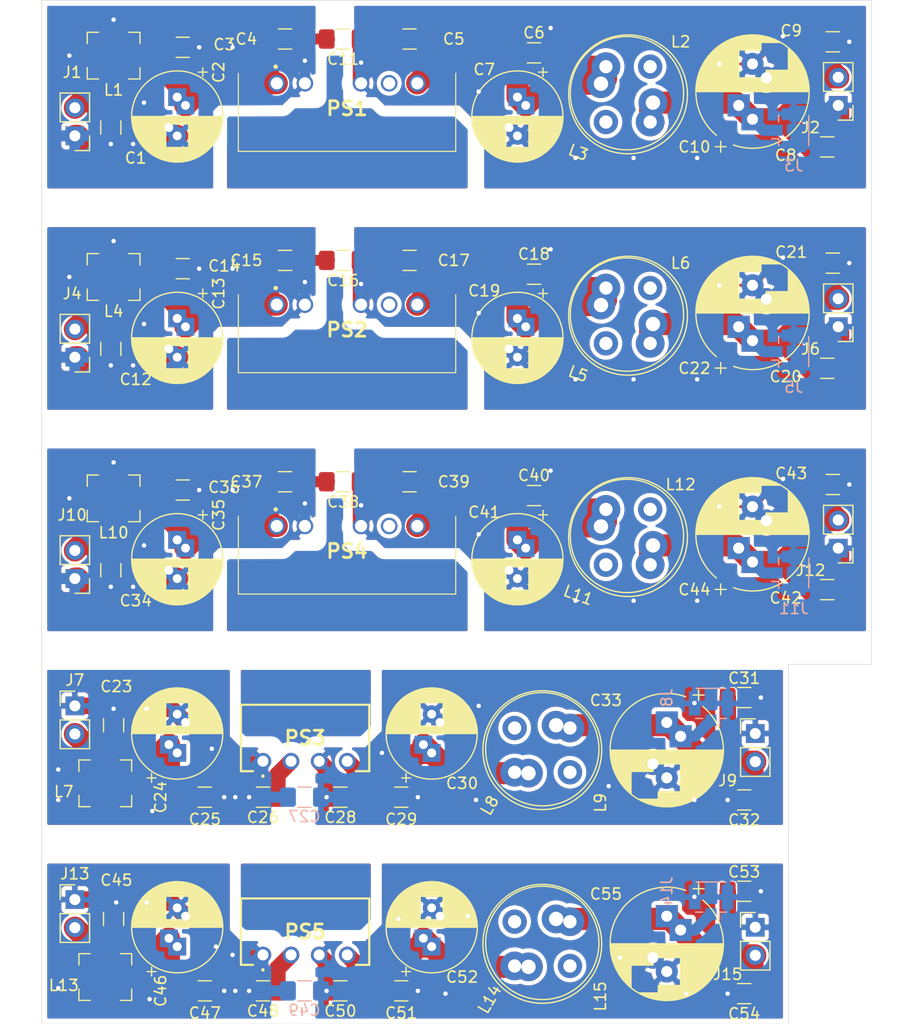
<source format=kicad_pcb>
(kicad_pcb (version 20171130) (host pcbnew "(5.1.4)-1")
  (layers (0 F.Cu signal) (31 B.Cu signal) (34 B.Paste user) (35 F.Paste user) (36 B.SilkS user) (37 F.SilkS user) (38 B.Mask user) (39 F.Mask user) (44 Edge.Cuts user))
  (net 0 "")
  (net 1 "Net-(C2-Pad1)")
  (net 2 "Net-(C5-Pad1)")
  (net 3 /power_module_A/VinN)
  (net 4 /power_module_A/VinP)
  (net 5 /power_module_A/VoutN)
  (net 6 /power_module_A/VoutP)
  (net 7 "Net-(C24-Pad1)")
  (net 8 "Net-(C28-Pad1)")
  (net 9 /power_module_D/VinN)
  (net 10 /power_module_D/VinP)
  (net 11 /power_module_D/VoutN)
  (net 12 /power_module_D/VoutP)
  (net 13 /sheet613586DC/VinN)
  (net 14 /sheet613586DC/VinP)
  (net 15 "Net-(C13-Pad1)")
  (net 16 /sheet613586DC/VoutN)
  (net 17 "Net-(C17-Pad1)")
  (net 18 /sheet613586DC/VoutP)
  (net 19 /sheet61358710/VinN)
  (net 20 /sheet61358710/VinP)
  (net 21 "Net-(C35-Pad1)")
  (net 22 /sheet61358710/VoutN)
  (net 23 "Net-(C39-Pad1)")
  (net 24 /sheet61358710/VoutP)
  (net 25 "Net-(C46-Pad1)")
  (net 26 "Net-(C50-Pad1)")
  (net 27 /sheet61365BC2/VinN)
  (net 28 /sheet61365BC2/VinP)
  (net 29 /sheet61365BC2/VoutN)
  (net 30 /sheet61365BC2/VoutP)
  (module SamacSys_Parts:PDSE1S5S5S (layer F.Cu) (at 95 136.25)
    (fp_text reference PS5 (at 3.81 -2.1) (layer F.SilkS) (effects (font (size 1.27 1.27) (thickness 0.254))))
    (fp_text value PDSE1-S5-S5-S hide)
    (pad 4 thru_hole circle (at 7.62 0) (size 1.5 1.5) (drill 1) (layers *.Cu *.Mask) (net 26 "Net-(C50-Pad1)"))
    (pad 3 thru_hole circle (at 5.08 0) (size 1.5 1.5) (drill 1) (layers *.Cu *.Mask) (net 29 /sheet61365BC2/VoutN))
    (pad 2 thru_hole circle (at 2.54 0) (size 1.5 1.5) (drill 1) (layers *.Cu *.Mask) (net 25 "Net-(C46-Pad1)"))
    (pad 1 thru_hole circle (at 0 0) (size 1.5 1.5) (drill 1) (layers *.Cu *.Mask) (net 27 /sheet61365BC2/VinN))
  )
  (module SamacSys_Parts:PDM2S5S5S (layer F.Cu) (at 96.25 97.5)
    (fp_text reference PS4 (at 6.35 2.275) (layer F.SilkS) (effects (font (size 1.27 1.27) (thickness 0.254))))
    (fp_text value PDM2-S5-S5-S hide)
    (pad 6 thru_hole circle (at 12.7 0) (size 1.5 1.5) (drill 1.1) (layers *.Cu *.Mask) (net 23 "Net-(C39-Pad1)"))
    (pad 5 thru_hole circle (at 10.16 0) (size 1.5 1.5) (drill 1.1) (layers *.Cu *.Mask))
    (pad 4 thru_hole circle (at 7.62 0) (size 1.5 1.5) (drill 1.1) (layers *.Cu *.Mask) (net 22 /sheet61358710/VoutN))
    (pad 2 thru_hole circle (at 2.54 0) (size 1.5 1.5) (drill 1.1) (layers *.Cu *.Mask) (net 19 /sheet61358710/VinN))
    (pad 1 thru_hole circle (at 0 0) (size 1.5 1.5) (drill 1.1) (layers *.Cu *.Mask) (net 21 "Net-(C35-Pad1)"))
  )
  (module SamacSys_Parts:PDSE1S5S5S (layer F.Cu) (at 95 118.75)
    (fp_text reference PS3 (at 3.81 -2.1) (layer F.SilkS) (effects (font (size 1.27 1.27) (thickness 0.254))))
    (fp_text value PDSE1-S5-S5-S hide)
    (pad 4 thru_hole circle (at 7.62 0) (size 1.5 1.5) (drill 1) (layers *.Cu *.Mask) (net 8 "Net-(C28-Pad1)"))
    (pad 3 thru_hole circle (at 5.08 0) (size 1.5 1.5) (drill 1) (layers *.Cu *.Mask) (net 11 /power_module_D/VoutN))
    (pad 2 thru_hole circle (at 2.54 0) (size 1.5 1.5) (drill 1) (layers *.Cu *.Mask) (net 7 "Net-(C24-Pad1)"))
    (pad 1 thru_hole circle (at 0 0) (size 1.5 1.5) (drill 1) (layers *.Cu *.Mask) (net 9 /power_module_D/VinN))
  )
  (module SamacSys_Parts:PDM2S5S5S (layer F.Cu) (at 96.25 77.5)
    (fp_text reference PS2 (at 6.35 2.275) (layer F.SilkS) (effects (font (size 1.27 1.27) (thickness 0.254))))
    (fp_text value PDM2-S5-S5-S hide)
    (pad 6 thru_hole circle (at 12.7 0) (size 1.5 1.5) (drill 1.1) (layers *.Cu *.Mask) (net 17 "Net-(C17-Pad1)"))
    (pad 5 thru_hole circle (at 10.16 0) (size 1.5 1.5) (drill 1.1) (layers *.Cu *.Mask))
    (pad 4 thru_hole circle (at 7.62 0) (size 1.5 1.5) (drill 1.1) (layers *.Cu *.Mask) (net 16 /sheet613586DC/VoutN))
    (pad 2 thru_hole circle (at 2.54 0) (size 1.5 1.5) (drill 1.1) (layers *.Cu *.Mask) (net 13 /sheet613586DC/VinN))
    (pad 1 thru_hole circle (at 0 0) (size 1.5 1.5) (drill 1.1) (layers *.Cu *.Mask) (net 15 "Net-(C13-Pad1)"))
  )
  (module SamacSys_Parts:PDM2S5S5S (layer F.Cu) (at 96.25 57.5)
    (fp_text reference PS1 (at 6.35 2.275) (layer F.SilkS) (effects (font (size 1.27 1.27) (thickness 0.254))))
    (fp_text value PDM2-S5-S5-S hide)
    (pad 6 thru_hole circle (at 12.7 0) (size 1.5 1.5) (drill 1.1) (layers *.Cu *.Mask) (net 2 "Net-(C5-Pad1)"))
    (pad 5 thru_hole circle (at 10.16 0) (size 1.5 1.5) (drill 1.1) (layers *.Cu *.Mask))
    (pad 4 thru_hole circle (at 7.62 0) (size 1.5 1.5) (drill 1.1) (layers *.Cu *.Mask) (net 5 /power_module_A/VoutN))
    (pad 2 thru_hole circle (at 2.54 0) (size 1.5 1.5) (drill 1.1) (layers *.Cu *.Mask) (net 3 /power_module_A/VinN))
    (pad 1 thru_hole circle (at 0 0) (size 1.5 1.5) (drill 1.1) (layers *.Cu *.Mask) (net 1 "Net-(C2-Pad1)"))
  )
  (module Inductor_THT:L_Radial_D10.5mm_P4.00x5.00mm_Murata_1200RS (layer F.Cu) (at 122.75 133.25 270)
    (fp_text reference L15 (at 6.75 -2.75 90) (layer F.SilkS))
    (fp_text value 12RS105C)
    (pad 2 thru_hole circle (at 4 5 270) (size 2.6 2.6) (drill 1.2) (layers *.Cu *.Mask) (net 26 "Net-(C50-Pad1)"))
    (pad 1 thru_hole circle (at 0 0 270) (size 2.6 2.6) (drill 1.2) (layers *.Cu *.Mask) (net 30 /sheet61365BC2/VoutP))
    (pad "" thru_hole circle (at 0 5 270) (size 2.2 2.2) (drill 1.2) (layers *.Cu *.Mask))
    (pad "" thru_hole circle (at 4 0 270) (size 2.2 2.2) (drill 1.2) (layers *.Cu *.Mask))
  )
  (module Inductor_THT:L_Radial_D10.0mm_P5.00mm_Fastron_07P (layer F.Cu) (at 121.5 133 240)
    (fp_text reference L14 (at 9.278684 1.571152 60) (layer F.SilkS))
    (fp_text value 12RS105C)
    (pad 2 thru_hole circle (at 5 0 240) (size 2.6 2.6) (drill 1.3) (layers *.Cu *.Mask) (net 26 "Net-(C50-Pad1)"))
    (pad 1 thru_hole circle (at 0 0 240) (size 2.6 2.6) (drill 1.3) (layers *.Cu *.Mask) (net 30 /sheet61365BC2/VoutP))
  )
  (module Inductor_SMD:L_Bourns-SRN4018 (layer F.Cu) (at 80.75 138.25)
    (fp_text reference L13 (at -3.75 0.75) (layer F.SilkS))
    (fp_text value L)
    (pad 2 smd rect (at 1.525 0) (size 1.5 3.6) (layers F.Cu F.Paste F.Mask) (net 25 "Net-(C46-Pad1)"))
    (pad 1 smd rect (at -1.525 0) (size 1.5 3.6) (layers F.Cu F.Paste F.Mask) (net 28 /sheet61365BC2/VinP))
  )
  (module Connector_PinHeader_2.54mm:PinHeader_1x02_P2.54mm_Vertical (layer F.Cu) (at 139.5 133.75)
    (fp_text reference J15 (at -2.5 4.25) (layer F.SilkS))
    (fp_text value Conn_01x02_Male)
    (pad 2 thru_hole oval (at 0 2.54) (size 1.7 1.7) (drill 1) (layers *.Cu *.Mask) (net 30 /sheet61365BC2/VoutP))
    (pad 1 thru_hole rect (at 0 0) (size 1.7 1.7) (drill 1) (layers *.Cu *.Mask) (net 29 /sheet61365BC2/VoutN))
  )
  (module Connector_Coaxial:U.FL_Hirose_U.FL-R-SMT-1_Vertical (layer B.Cu) (at 135.5 131.5 90)
    (fp_text reference J14 (at 1 -4 90) (layer B.SilkS) (effects (justify mirror)))
    (fp_text value Conn_Coaxial)
    (pad 2 smd rect (at 0.475 1.475 90) (size 2.2 1.05) (layers B.Cu B.Paste B.Mask) (net 29 /sheet61365BC2/VoutN))
    (pad 1 smd rect (at -1.05 0 90) (size 1.05 1) (layers B.Cu B.Paste B.Mask) (net 30 /sheet61365BC2/VoutP))
    (pad 2 smd rect (at 0.475 -1.475 90) (size 2.2 1.05) (layers B.Cu B.Paste B.Mask) (net 29 /sheet61365BC2/VoutN))
  )
  (module Connector_PinHeader_2.54mm:PinHeader_1x02_P2.54mm_Vertical (layer F.Cu) (at 78 131.25)
    (fp_text reference J13 (at 0 -2.33) (layer F.SilkS))
    (fp_text value Conn_01x02_Male)
    (pad 2 thru_hole oval (at 0 2.54) (size 1.7 1.7) (drill 1) (layers *.Cu *.Mask) (net 28 /sheet61365BC2/VinP))
    (pad 1 thru_hole rect (at 0 0) (size 1.7 1.7) (drill 1) (layers *.Cu *.Mask) (net 27 /sheet61365BC2/VinN))
  )
  (module SamacSys_Parts:CP_Radial_D10.0mm_P3.5_5 (layer F.Cu) (at 131.5 132.75 270)
    (fp_text reference C55 (at -2 5.5 180) (layer F.SilkS))
    (fp_text value CP)
    (pad 2 thru_hole circle (at 3.75 1.25 270) (size 2 2) (drill 1) (layers *.Cu *.Mask) (net 29 /sheet61365BC2/VoutN))
    (pad 1 thru_hole rect (at 1.25 -1.25 270) (size 2 2) (drill 1) (layers *.Cu *.Mask) (net 30 /sheet61365BC2/VoutP))
    (pad 2 thru_hole circle (at 5 0 270) (size 2 2) (drill 1) (layers *.Cu *.Mask) (net 29 /sheet61365BC2/VoutN))
    (pad 1 thru_hole rect (at 0 0 270) (size 2 2) (drill 1) (layers *.Cu *.Mask) (net 30 /sheet61365BC2/VoutP))
  )
  (module Capacitor_SMD:C_1206_3216Metric_Pad1.42x1.75mm_HandSolder (layer F.Cu) (at 138.5 139.75 180)
    (fp_text reference C54 (at 0 -1.82) (layer F.SilkS))
    (fp_text value C)
    (pad 2 smd roundrect (at 1.4875 0 180) (size 1.425 1.75) (layers F.Cu F.Paste F.Mask) (roundrect_rratio 0.175439) (net 29 /sheet61365BC2/VoutN))
    (pad 1 smd roundrect (at -1.4875 0 180) (size 1.425 1.75) (layers F.Cu F.Paste F.Mask) (roundrect_rratio 0.175439) (net 30 /sheet61365BC2/VoutP))
  )
  (module Capacitor_SMD:C_1206_3216Metric_Pad1.42x1.75mm_HandSolder (layer F.Cu) (at 138.5 130.5)
    (fp_text reference C53 (at 0 -1.75) (layer F.SilkS))
    (fp_text value C)
    (pad 2 smd roundrect (at 1.4875 0) (size 1.425 1.75) (layers F.Cu F.Paste F.Mask) (roundrect_rratio 0.175439) (net 29 /sheet61365BC2/VoutN))
    (pad 1 smd roundrect (at -1.4875 0) (size 1.425 1.75) (layers F.Cu F.Paste F.Mask) (roundrect_rratio 0.175439) (net 30 /sheet61365BC2/VoutP))
  )
  (module SamacSys_Parts:CP_Radial_D8_P3.5_2.5 (layer F.Cu) (at 110.25 135.5 90)
    (fp_text reference C52 (at -2.75 2.75 180) (layer F.SilkS))
    (fp_text value CP)
    (pad 2 thru_hole circle (at 2.75 0.75 90) (size 1.6 1.6) (drill 0.8) (layers *.Cu *.Mask) (net 29 /sheet61365BC2/VoutN))
    (pad 1 thru_hole rect (at 0.75 -0.75 90) (size 1.6 1.6) (drill 0.8) (layers *.Cu *.Mask) (net 26 "Net-(C50-Pad1)"))
    (pad 1 thru_hole rect (at 0 0 90) (size 1.6 1.6) (drill 0.8) (layers *.Cu *.Mask) (net 26 "Net-(C50-Pad1)"))
    (pad 2 thru_hole circle (at 3.5 0 90) (size 1.6 1.6) (drill 0.8) (layers *.Cu *.Mask) (net 29 /sheet61365BC2/VoutN))
    (pad 1 thru_hole rect (at 0 0 90) (size 1.6 1.6) (drill 0.8) (layers *.Cu *.Mask) (net 26 "Net-(C50-Pad1)"))
  )
  (module Capacitor_SMD:C_1206_3216Metric_Pad1.42x1.75mm_HandSolder (layer F.Cu) (at 107.5 139.5)
    (fp_text reference C51 (at 0 2) (layer F.SilkS))
    (fp_text value C)
    (pad 2 smd roundrect (at 1.4875 0) (size 1.425 1.75) (layers F.Cu F.Paste F.Mask) (roundrect_rratio 0.175439) (net 29 /sheet61365BC2/VoutN))
    (pad 1 smd roundrect (at -1.4875 0) (size 1.425 1.75) (layers F.Cu F.Paste F.Mask) (roundrect_rratio 0.175439) (net 26 "Net-(C50-Pad1)"))
  )
  (module SamacSys_Parts:C_1206_0805_dual (layer F.Cu) (at 102 139.5 180)
    (fp_text reference C50 (at 0 -1.82) (layer F.SilkS))
    (fp_text value C)
    (pad 2 smd roundrect (at 1.3 0 180) (size 1.8 1.75) (layers F.Cu F.Paste F.Mask) (roundrect_rratio 0.175) (net 29 /sheet61365BC2/VoutN))
    (pad 1 smd roundrect (at -1.3 0 180) (size 1.8 1.75) (layers F.Cu F.Paste F.Mask) (roundrect_rratio 0.175) (net 26 "Net-(C50-Pad1)"))
  )
  (module Capacitor_SMD:C_1206_3216Metric_Pad1.42x1.75mm_HandSolder (layer B.Cu) (at 98.75 139.5 180)
    (fp_text reference C49 (at 0 -1.75) (layer B.SilkS) (effects (justify mirror)))
    (fp_text value "270p 1kV")
    (pad 2 smd roundrect (at 1.4875 0 180) (size 1.425 1.75) (layers B.Cu B.Paste B.Mask) (roundrect_rratio 0.175439) (net 27 /sheet61365BC2/VinN))
    (pad 1 smd roundrect (at -1.4875 0 180) (size 1.425 1.75) (layers B.Cu B.Paste B.Mask) (roundrect_rratio 0.175439) (net 29 /sheet61365BC2/VoutN))
  )
  (module SamacSys_Parts:C_1206_0805_dual (layer F.Cu) (at 95 139.5 180)
    (fp_text reference C48 (at 0 -1.82) (layer F.SilkS))
    (fp_text value C)
    (pad 2 smd roundrect (at 1.3 0 180) (size 1.8 1.75) (layers F.Cu F.Paste F.Mask) (roundrect_rratio 0.175) (net 27 /sheet61365BC2/VinN))
    (pad 1 smd roundrect (at -1.3 0 180) (size 1.8 1.75) (layers F.Cu F.Paste F.Mask) (roundrect_rratio 0.175) (net 25 "Net-(C46-Pad1)"))
  )
  (module Capacitor_SMD:C_1206_3216Metric_Pad1.42x1.75mm_HandSolder (layer F.Cu) (at 89.75 139.5)
    (fp_text reference C47 (at 0 2) (layer F.SilkS))
    (fp_text value C)
    (pad 2 smd roundrect (at 1.4875 0) (size 1.425 1.75) (layers F.Cu F.Paste F.Mask) (roundrect_rratio 0.175439) (net 27 /sheet61365BC2/VinN))
    (pad 1 smd roundrect (at -1.4875 0) (size 1.425 1.75) (layers F.Cu F.Paste F.Mask) (roundrect_rratio 0.175439) (net 25 "Net-(C46-Pad1)"))
  )
  (module SamacSys_Parts:CP_Radial_D8_P3.5_2.5 (layer F.Cu) (at 87.25 135.5 90)
    (fp_text reference C46 (at -4 -1.5 90) (layer F.SilkS))
    (fp_text value CP)
    (pad 2 thru_hole circle (at 2.75 0.75 90) (size 1.6 1.6) (drill 0.8) (layers *.Cu *.Mask) (net 27 /sheet61365BC2/VinN))
    (pad 1 thru_hole rect (at 0.75 -0.75 90) (size 1.6 1.6) (drill 0.8) (layers *.Cu *.Mask) (net 25 "Net-(C46-Pad1)"))
    (pad 1 thru_hole rect (at 0 0 90) (size 1.6 1.6) (drill 0.8) (layers *.Cu *.Mask) (net 25 "Net-(C46-Pad1)"))
    (pad 2 thru_hole circle (at 3.5 0 90) (size 1.6 1.6) (drill 0.8) (layers *.Cu *.Mask) (net 27 /sheet61365BC2/VinN))
    (pad 1 thru_hole rect (at 0 0 90) (size 1.6 1.6) (drill 0.8) (layers *.Cu *.Mask) (net 25 "Net-(C46-Pad1)"))
  )
  (module Capacitor_SMD:C_1206_3216Metric_Pad1.42x1.75mm_HandSolder (layer F.Cu) (at 81.5 133 90)
    (fp_text reference C45 (at 3.5 0.25 180) (layer F.SilkS))
    (fp_text value C)
    (pad 2 smd roundrect (at 1.4875 0 90) (size 1.425 1.75) (layers F.Cu F.Paste F.Mask) (roundrect_rratio 0.175439) (net 27 /sheet61365BC2/VinN))
    (pad 1 smd roundrect (at -1.4875 0 90) (size 1.425 1.75) (layers F.Cu F.Paste F.Mask) (roundrect_rratio 0.175439) (net 28 /sheet61365BC2/VinP))
  )
  (module Inductor_THT:L_Radial_D10.5mm_P4.00x5.00mm_Murata_1200RS (layer F.Cu) (at 130 101 180)
    (fp_text reference L12 (at -2.75 7.25) (layer F.SilkS))
    (fp_text value 12RS105C)
    (pad 2 thru_hole circle (at 4 5 180) (size 2.6 2.6) (drill 1.2) (layers *.Cu *.Mask) (net 23 "Net-(C39-Pad1)"))
    (pad 1 thru_hole circle (at 0 0 180) (size 2.6 2.6) (drill 1.2) (layers *.Cu *.Mask) (net 24 /sheet61358710/VoutP))
    (pad "" thru_hole circle (at 0 5 180) (size 2.2 2.2) (drill 1.2) (layers *.Cu *.Mask))
    (pad "" thru_hole circle (at 4 0 180) (size 2.2 2.2) (drill 1.2) (layers *.Cu *.Mask))
  )
  (module Inductor_THT:L_Radial_D10.0mm_P5.00mm_Fastron_07P (layer F.Cu) (at 130.25 99.25 160)
    (fp_text reference L11 (at 4.803835 -6.537253 160) (layer F.SilkS))
    (fp_text value 12RS105C)
    (pad 2 thru_hole circle (at 5 0 160) (size 2.6 2.6) (drill 1.3) (layers *.Cu *.Mask) (net 23 "Net-(C39-Pad1)"))
    (pad 1 thru_hole circle (at 0 0 160) (size 2.6 2.6) (drill 1.3) (layers *.Cu *.Mask) (net 24 /sheet61358710/VoutP))
  )
  (module Inductor_SMD:L_Bourns-SRN4018 (layer F.Cu) (at 81.5 95)
    (fp_text reference L10 (at 0 3.1) (layer F.SilkS))
    (fp_text value L)
    (pad 2 smd rect (at 1.525 0) (size 1.5 3.6) (layers F.Cu F.Paste F.Mask) (net 21 "Net-(C35-Pad1)"))
    (pad 1 smd rect (at -1.525 0) (size 1.5 3.6) (layers F.Cu F.Paste F.Mask) (net 20 /sheet61358710/VinP))
  )
  (module Inductor_THT:L_Radial_D10.5mm_P4.00x5.00mm_Murata_1200RS (layer F.Cu) (at 130 81 180)
    (fp_text reference L6 (at -2.75 7.25) (layer F.SilkS))
    (fp_text value 12RS105C)
    (pad 2 thru_hole circle (at 4 5 180) (size 2.6 2.6) (drill 1.2) (layers *.Cu *.Mask) (net 17 "Net-(C17-Pad1)"))
    (pad 1 thru_hole circle (at 0 0 180) (size 2.6 2.6) (drill 1.2) (layers *.Cu *.Mask) (net 18 /sheet613586DC/VoutP))
    (pad "" thru_hole circle (at 0 5 180) (size 2.2 2.2) (drill 1.2) (layers *.Cu *.Mask))
    (pad "" thru_hole circle (at 4 0 180) (size 2.2 2.2) (drill 1.2) (layers *.Cu *.Mask))
  )
  (module Inductor_THT:L_Radial_D10.0mm_P5.00mm_Fastron_07P (layer F.Cu) (at 130.25 79.25 160)
    (fp_text reference L5 (at 4.803835 -6.537253 160) (layer F.SilkS))
    (fp_text value 12RS105C)
    (pad 2 thru_hole circle (at 5 0 160) (size 2.6 2.6) (drill 1.3) (layers *.Cu *.Mask) (net 17 "Net-(C17-Pad1)"))
    (pad 1 thru_hole circle (at 0 0 160) (size 2.6 2.6) (drill 1.3) (layers *.Cu *.Mask) (net 18 /sheet613586DC/VoutP))
  )
  (module Inductor_SMD:L_Bourns-SRN4018 (layer F.Cu) (at 81.5 75)
    (fp_text reference L4 (at 0 3.1) (layer F.SilkS))
    (fp_text value L)
    (pad 2 smd rect (at 1.525 0) (size 1.5 3.6) (layers F.Cu F.Paste F.Mask) (net 15 "Net-(C13-Pad1)"))
    (pad 1 smd rect (at -1.525 0) (size 1.5 3.6) (layers F.Cu F.Paste F.Mask) (net 14 /sheet613586DC/VinP))
  )
  (module Connector_PinHeader_2.54mm:PinHeader_1x02_P2.54mm_Vertical (layer F.Cu) (at 147 99.5 180)
    (fp_text reference J12 (at 2.5 -2) (layer F.SilkS))
    (fp_text value Conn_01x02_Male)
    (pad 2 thru_hole oval (at 0 2.54 180) (size 1.7 1.7) (drill 1) (layers *.Cu *.Mask) (net 24 /sheet61358710/VoutP))
    (pad 1 thru_hole rect (at 0 0 180) (size 1.7 1.7) (drill 1) (layers *.Cu *.Mask) (net 22 /sheet61358710/VoutN))
  )
  (module Connector_Coaxial:U.FL_Hirose_U.FL-R-SMT-1_Vertical (layer B.Cu) (at 142.5 101.75)
    (fp_text reference J11 (at 0.475 3.2) (layer B.SilkS) (effects (justify mirror)))
    (fp_text value Conn_Coaxial)
    (pad 2 smd rect (at 0.475 1.475) (size 2.2 1.05) (layers B.Cu B.Paste B.Mask) (net 22 /sheet61358710/VoutN))
    (pad 1 smd rect (at -1.05 0) (size 1.05 1) (layers B.Cu B.Paste B.Mask) (net 24 /sheet61358710/VoutP))
    (pad 2 smd rect (at 0.475 -1.475) (size 2.2 1.05) (layers B.Cu B.Paste B.Mask) (net 22 /sheet61358710/VoutN))
  )
  (module Connector_PinHeader_2.54mm:PinHeader_1x02_P2.54mm_Vertical (layer F.Cu) (at 78 102.25 180)
    (fp_text reference J10 (at 0.25 5.75 180) (layer F.SilkS))
    (fp_text value Conn_01x02_Male)
    (pad 2 thru_hole oval (at 0 2.54 180) (size 1.7 1.7) (drill 1) (layers *.Cu *.Mask) (net 20 /sheet61358710/VinP))
    (pad 1 thru_hole rect (at 0 0 180) (size 1.7 1.7) (drill 1) (layers *.Cu *.Mask) (net 19 /sheet61358710/VinN))
  )
  (module Connector_PinHeader_2.54mm:PinHeader_1x02_P2.54mm_Vertical (layer F.Cu) (at 147 79.5 180)
    (fp_text reference J6 (at 2.5 -2) (layer F.SilkS))
    (fp_text value Conn_01x02_Male)
    (pad 2 thru_hole oval (at 0 2.54 180) (size 1.7 1.7) (drill 1) (layers *.Cu *.Mask) (net 18 /sheet613586DC/VoutP))
    (pad 1 thru_hole rect (at 0 0 180) (size 1.7 1.7) (drill 1) (layers *.Cu *.Mask) (net 16 /sheet613586DC/VoutN))
  )
  (module Connector_Coaxial:U.FL_Hirose_U.FL-R-SMT-1_Vertical (layer B.Cu) (at 142.5 81.75)
    (fp_text reference J5 (at 0.475 3.2) (layer B.SilkS) (effects (justify mirror)))
    (fp_text value Conn_Coaxial)
    (pad 2 smd rect (at 0.475 1.475) (size 2.2 1.05) (layers B.Cu B.Paste B.Mask) (net 16 /sheet613586DC/VoutN))
    (pad 1 smd rect (at -1.05 0) (size 1.05 1) (layers B.Cu B.Paste B.Mask) (net 18 /sheet613586DC/VoutP))
    (pad 2 smd rect (at 0.475 -1.475) (size 2.2 1.05) (layers B.Cu B.Paste B.Mask) (net 16 /sheet613586DC/VoutN))
  )
  (module Connector_PinHeader_2.54mm:PinHeader_1x02_P2.54mm_Vertical (layer F.Cu) (at 78 82.25 180)
    (fp_text reference J4 (at 0.25 5.75 180) (layer F.SilkS))
    (fp_text value Conn_01x02_Male)
    (pad 2 thru_hole oval (at 0 2.54 180) (size 1.7 1.7) (drill 1) (layers *.Cu *.Mask) (net 14 /sheet613586DC/VinP))
    (pad 1 thru_hole rect (at 0 0 180) (size 1.7 1.7) (drill 1) (layers *.Cu *.Mask) (net 13 /sheet613586DC/VinN))
  )
  (module SamacSys_Parts:CP_Radial_D10.0mm_P3.5_5 (layer F.Cu) (at 139.25 100.75 90)
    (fp_text reference C44 (at -2.5 -5.25 180) (layer F.SilkS))
    (fp_text value CP)
    (pad 2 thru_hole circle (at 3.75 1.25 90) (size 2 2) (drill 1) (layers *.Cu *.Mask) (net 22 /sheet61358710/VoutN))
    (pad 1 thru_hole rect (at 1.25 -1.25 90) (size 2 2) (drill 1) (layers *.Cu *.Mask) (net 24 /sheet61358710/VoutP))
    (pad 2 thru_hole circle (at 5 0 90) (size 2 2) (drill 1) (layers *.Cu *.Mask) (net 22 /sheet61358710/VoutN))
    (pad 1 thru_hole rect (at 0 0 90) (size 2 2) (drill 1) (layers *.Cu *.Mask) (net 24 /sheet61358710/VoutP))
  )
  (module Capacitor_SMD:C_1206_3216Metric_Pad1.42x1.75mm_HandSolder (layer F.Cu) (at 146.5 93.75)
    (fp_text reference C43 (at -3.75 -1) (layer F.SilkS))
    (fp_text value C)
    (pad 2 smd roundrect (at 1.4875 0) (size 1.425 1.75) (layers F.Cu F.Paste F.Mask) (roundrect_rratio 0.175439) (net 22 /sheet61358710/VoutN))
    (pad 1 smd roundrect (at -1.4875 0) (size 1.425 1.75) (layers F.Cu F.Paste F.Mask) (roundrect_rratio 0.175439) (net 24 /sheet61358710/VoutP))
  )
  (module Capacitor_SMD:C_1206_3216Metric_Pad1.42x1.75mm_HandSolder (layer F.Cu) (at 146 103.25)
    (fp_text reference C42 (at -3.75 0.75) (layer F.SilkS))
    (fp_text value C)
    (pad 2 smd roundrect (at 1.4875 0) (size 1.425 1.75) (layers F.Cu F.Paste F.Mask) (roundrect_rratio 0.175439) (net 22 /sheet61358710/VoutN))
    (pad 1 smd roundrect (at -1.4875 0) (size 1.425 1.75) (layers F.Cu F.Paste F.Mask) (roundrect_rratio 0.175439) (net 24 /sheet61358710/VoutP))
  )
  (module SamacSys_Parts:CP_Radial_D8_P3.5_2.5 (layer F.Cu) (at 118 98.75 270)
    (fp_text reference C41 (at -2.5 3 180) (layer F.SilkS))
    (fp_text value CP)
    (pad 2 thru_hole circle (at 2.75 0.75 270) (size 1.6 1.6) (drill 0.8) (layers *.Cu *.Mask) (net 22 /sheet61358710/VoutN))
    (pad 1 thru_hole rect (at 0.75 -0.75 270) (size 1.6 1.6) (drill 0.8) (layers *.Cu *.Mask) (net 23 "Net-(C39-Pad1)"))
    (pad 1 thru_hole rect (at 0 0 270) (size 1.6 1.6) (drill 0.8) (layers *.Cu *.Mask) (net 23 "Net-(C39-Pad1)"))
    (pad 2 thru_hole circle (at 3.5 0 270) (size 1.6 1.6) (drill 0.8) (layers *.Cu *.Mask) (net 22 /sheet61358710/VoutN))
    (pad 1 thru_hole rect (at 0 0 270) (size 1.6 1.6) (drill 0.8) (layers *.Cu *.Mask) (net 23 "Net-(C39-Pad1)"))
  )
  (module Capacitor_SMD:C_1206_3216Metric_Pad1.42x1.75mm_HandSolder (layer F.Cu) (at 119.5 94.75)
    (fp_text reference C40 (at 0 -1.82) (layer F.SilkS))
    (fp_text value C)
    (pad 2 smd roundrect (at 1.4875 0) (size 1.425 1.75) (layers F.Cu F.Paste F.Mask) (roundrect_rratio 0.175439) (net 22 /sheet61358710/VoutN))
    (pad 1 smd roundrect (at -1.4875 0) (size 1.425 1.75) (layers F.Cu F.Paste F.Mask) (roundrect_rratio 0.175439) (net 23 "Net-(C39-Pad1)"))
  )
  (module SamacSys_Parts:C_1206_0805_dual (layer F.Cu) (at 108.25 93.5 180)
    (fp_text reference C39 (at -4 0) (layer F.SilkS))
    (fp_text value C)
    (pad 2 smd roundrect (at 1.3 0 180) (size 1.8 1.75) (layers F.Cu F.Paste F.Mask) (roundrect_rratio 0.175) (net 22 /sheet61358710/VoutN))
    (pad 1 smd roundrect (at -1.3 0 180) (size 1.8 1.75) (layers F.Cu F.Paste F.Mask) (roundrect_rratio 0.175) (net 23 "Net-(C39-Pad1)"))
  )
  (module Capacitor_SMD:C_1206_3216Metric_Pad1.42x1.75mm_HandSolder (layer F.Cu) (at 102.25 93.5 180)
    (fp_text reference C38 (at 0 -1.82) (layer F.SilkS))
    (fp_text value "270p 1kV")
    (pad 2 smd roundrect (at 1.4875 0 180) (size 1.425 1.75) (layers F.Cu F.Paste F.Mask) (roundrect_rratio 0.175439) (net 19 /sheet61358710/VinN))
    (pad 1 smd roundrect (at -1.4875 0 180) (size 1.425 1.75) (layers F.Cu F.Paste F.Mask) (roundrect_rratio 0.175439) (net 22 /sheet61358710/VoutN))
  )
  (module SamacSys_Parts:C_1206_0805_dual (layer F.Cu) (at 97 93.5)
    (fp_text reference C37 (at -3.5 0) (layer F.SilkS))
    (fp_text value C)
    (pad 2 smd roundrect (at 1.3 0) (size 1.8 1.75) (layers F.Cu F.Paste F.Mask) (roundrect_rratio 0.175) (net 19 /sheet61358710/VinN))
    (pad 1 smd roundrect (at -1.3 0) (size 1.8 1.75) (layers F.Cu F.Paste F.Mask) (roundrect_rratio 0.175) (net 21 "Net-(C35-Pad1)"))
  )
  (module Capacitor_SMD:C_1206_3216Metric_Pad1.42x1.75mm_HandSolder (layer F.Cu) (at 87.75 94.25)
    (fp_text reference C36 (at 3.75 -0.25) (layer F.SilkS))
    (fp_text value C)
    (pad 2 smd roundrect (at 1.4875 0) (size 1.425 1.75) (layers F.Cu F.Paste F.Mask) (roundrect_rratio 0.175439) (net 19 /sheet61358710/VinN))
    (pad 1 smd roundrect (at -1.4875 0) (size 1.425 1.75) (layers F.Cu F.Paste F.Mask) (roundrect_rratio 0.175439) (net 21 "Net-(C35-Pad1)"))
  )
  (module SamacSys_Parts:CP_Radial_D8_P3.5_2.5 (layer F.Cu) (at 87.25 98.75 270)
    (fp_text reference C35 (at -2.25 -3.75 270) (layer F.SilkS))
    (fp_text value CP)
    (pad 2 thru_hole circle (at 2.75 0.75 270) (size 1.6 1.6) (drill 0.8) (layers *.Cu *.Mask) (net 19 /sheet61358710/VinN))
    (pad 1 thru_hole rect (at 0.75 -0.75 270) (size 1.6 1.6) (drill 0.8) (layers *.Cu *.Mask) (net 21 "Net-(C35-Pad1)"))
    (pad 1 thru_hole rect (at 0 0 270) (size 1.6 1.6) (drill 0.8) (layers *.Cu *.Mask) (net 21 "Net-(C35-Pad1)"))
    (pad 2 thru_hole circle (at 3.5 0 270) (size 1.6 1.6) (drill 0.8) (layers *.Cu *.Mask) (net 19 /sheet61358710/VinN))
    (pad 1 thru_hole rect (at 0 0 270) (size 1.6 1.6) (drill 0.8) (layers *.Cu *.Mask) (net 21 "Net-(C35-Pad1)"))
  )
  (module Capacitor_SMD:C_1206_3216Metric_Pad1.42x1.75mm_HandSolder (layer F.Cu) (at 81.25 101.5 270)
    (fp_text reference C34 (at 2.75 -2.25 180) (layer F.SilkS))
    (fp_text value C)
    (pad 2 smd roundrect (at 1.4875 0 270) (size 1.425 1.75) (layers F.Cu F.Paste F.Mask) (roundrect_rratio 0.175439) (net 19 /sheet61358710/VinN))
    (pad 1 smd roundrect (at -1.4875 0 270) (size 1.425 1.75) (layers F.Cu F.Paste F.Mask) (roundrect_rratio 0.175439) (net 20 /sheet61358710/VinP))
  )
  (module SamacSys_Parts:CP_Radial_D10.0mm_P3.5_5 (layer F.Cu) (at 139.25 80.75 90)
    (fp_text reference C22 (at -2.5 -5.25 180) (layer F.SilkS))
    (fp_text value CP)
    (pad 2 thru_hole circle (at 3.75 1.25 90) (size 2 2) (drill 1) (layers *.Cu *.Mask) (net 16 /sheet613586DC/VoutN))
    (pad 1 thru_hole rect (at 1.25 -1.25 90) (size 2 2) (drill 1) (layers *.Cu *.Mask) (net 18 /sheet613586DC/VoutP))
    (pad 2 thru_hole circle (at 5 0 90) (size 2 2) (drill 1) (layers *.Cu *.Mask) (net 16 /sheet613586DC/VoutN))
    (pad 1 thru_hole rect (at 0 0 90) (size 2 2) (drill 1) (layers *.Cu *.Mask) (net 18 /sheet613586DC/VoutP))
  )
  (module Capacitor_SMD:C_1206_3216Metric_Pad1.42x1.75mm_HandSolder (layer F.Cu) (at 146.5 73.75)
    (fp_text reference C21 (at -3.75 -1) (layer F.SilkS))
    (fp_text value C)
    (pad 2 smd roundrect (at 1.4875 0) (size 1.425 1.75) (layers F.Cu F.Paste F.Mask) (roundrect_rratio 0.175439) (net 16 /sheet613586DC/VoutN))
    (pad 1 smd roundrect (at -1.4875 0) (size 1.425 1.75) (layers F.Cu F.Paste F.Mask) (roundrect_rratio 0.175439) (net 18 /sheet613586DC/VoutP))
  )
  (module Capacitor_SMD:C_1206_3216Metric_Pad1.42x1.75mm_HandSolder (layer F.Cu) (at 146 83.25)
    (fp_text reference C20 (at -3.75 0.75) (layer F.SilkS))
    (fp_text value C)
    (pad 2 smd roundrect (at 1.4875 0) (size 1.425 1.75) (layers F.Cu F.Paste F.Mask) (roundrect_rratio 0.175439) (net 16 /sheet613586DC/VoutN))
    (pad 1 smd roundrect (at -1.4875 0) (size 1.425 1.75) (layers F.Cu F.Paste F.Mask) (roundrect_rratio 0.175439) (net 18 /sheet613586DC/VoutP))
  )
  (module SamacSys_Parts:CP_Radial_D8_P3.5_2.5 (layer F.Cu) (at 118 78.75 270)
    (fp_text reference C19 (at -2.5 3 180) (layer F.SilkS))
    (fp_text value CP)
    (pad 2 thru_hole circle (at 2.75 0.75 270) (size 1.6 1.6) (drill 0.8) (layers *.Cu *.Mask) (net 16 /sheet613586DC/VoutN))
    (pad 1 thru_hole rect (at 0.75 -0.75 270) (size 1.6 1.6) (drill 0.8) (layers *.Cu *.Mask) (net 17 "Net-(C17-Pad1)"))
    (pad 1 thru_hole rect (at 0 0 270) (size 1.6 1.6) (drill 0.8) (layers *.Cu *.Mask) (net 17 "Net-(C17-Pad1)"))
    (pad 2 thru_hole circle (at 3.5 0 270) (size 1.6 1.6) (drill 0.8) (layers *.Cu *.Mask) (net 16 /sheet613586DC/VoutN))
    (pad 1 thru_hole rect (at 0 0 270) (size 1.6 1.6) (drill 0.8) (layers *.Cu *.Mask) (net 17 "Net-(C17-Pad1)"))
  )
  (module Capacitor_SMD:C_1206_3216Metric_Pad1.42x1.75mm_HandSolder (layer F.Cu) (at 119.5 74.75)
    (fp_text reference C18 (at 0 -1.82) (layer F.SilkS))
    (fp_text value C)
    (pad 2 smd roundrect (at 1.4875 0) (size 1.425 1.75) (layers F.Cu F.Paste F.Mask) (roundrect_rratio 0.175439) (net 16 /sheet613586DC/VoutN))
    (pad 1 smd roundrect (at -1.4875 0) (size 1.425 1.75) (layers F.Cu F.Paste F.Mask) (roundrect_rratio 0.175439) (net 17 "Net-(C17-Pad1)"))
  )
  (module SamacSys_Parts:C_1206_0805_dual (layer F.Cu) (at 108.25 73.5 180)
    (fp_text reference C17 (at -4 0) (layer F.SilkS))
    (fp_text value C)
    (pad 2 smd roundrect (at 1.3 0 180) (size 1.8 1.75) (layers F.Cu F.Paste F.Mask) (roundrect_rratio 0.175) (net 16 /sheet613586DC/VoutN))
    (pad 1 smd roundrect (at -1.3 0 180) (size 1.8 1.75) (layers F.Cu F.Paste F.Mask) (roundrect_rratio 0.175) (net 17 "Net-(C17-Pad1)"))
  )
  (module Capacitor_SMD:C_1206_3216Metric_Pad1.42x1.75mm_HandSolder (layer F.Cu) (at 102.25 73.5 180)
    (fp_text reference C16 (at 0 -1.82) (layer F.SilkS))
    (fp_text value "270p 1kV")
    (pad 2 smd roundrect (at 1.4875 0 180) (size 1.425 1.75) (layers F.Cu F.Paste F.Mask) (roundrect_rratio 0.175439) (net 13 /sheet613586DC/VinN))
    (pad 1 smd roundrect (at -1.4875 0 180) (size 1.425 1.75) (layers F.Cu F.Paste F.Mask) (roundrect_rratio 0.175439) (net 16 /sheet613586DC/VoutN))
  )
  (module SamacSys_Parts:C_1206_0805_dual (layer F.Cu) (at 97 73.5)
    (fp_text reference C15 (at -3.5 0) (layer F.SilkS))
    (fp_text value C)
    (pad 2 smd roundrect (at 1.3 0) (size 1.8 1.75) (layers F.Cu F.Paste F.Mask) (roundrect_rratio 0.175) (net 13 /sheet613586DC/VinN))
    (pad 1 smd roundrect (at -1.3 0) (size 1.8 1.75) (layers F.Cu F.Paste F.Mask) (roundrect_rratio 0.175) (net 15 "Net-(C13-Pad1)"))
  )
  (module Capacitor_SMD:C_1206_3216Metric_Pad1.42x1.75mm_HandSolder (layer F.Cu) (at 87.75 74.25)
    (fp_text reference C14 (at 3.75 -0.25) (layer F.SilkS))
    (fp_text value C)
    (pad 2 smd roundrect (at 1.4875 0) (size 1.425 1.75) (layers F.Cu F.Paste F.Mask) (roundrect_rratio 0.175439) (net 13 /sheet613586DC/VinN))
    (pad 1 smd roundrect (at -1.4875 0) (size 1.425 1.75) (layers F.Cu F.Paste F.Mask) (roundrect_rratio 0.175439) (net 15 "Net-(C13-Pad1)"))
  )
  (module SamacSys_Parts:CP_Radial_D8_P3.5_2.5 (layer F.Cu) (at 87.25 78.75 270)
    (fp_text reference C13 (at -2.25 -3.75 270) (layer F.SilkS))
    (fp_text value CP)
    (pad 2 thru_hole circle (at 2.75 0.75 270) (size 1.6 1.6) (drill 0.8) (layers *.Cu *.Mask) (net 13 /sheet613586DC/VinN))
    (pad 1 thru_hole rect (at 0.75 -0.75 270) (size 1.6 1.6) (drill 0.8) (layers *.Cu *.Mask) (net 15 "Net-(C13-Pad1)"))
    (pad 1 thru_hole rect (at 0 0 270) (size 1.6 1.6) (drill 0.8) (layers *.Cu *.Mask) (net 15 "Net-(C13-Pad1)"))
    (pad 2 thru_hole circle (at 3.5 0 270) (size 1.6 1.6) (drill 0.8) (layers *.Cu *.Mask) (net 13 /sheet613586DC/VinN))
    (pad 1 thru_hole rect (at 0 0 270) (size 1.6 1.6) (drill 0.8) (layers *.Cu *.Mask) (net 15 "Net-(C13-Pad1)"))
  )
  (module Capacitor_SMD:C_1206_3216Metric_Pad1.42x1.75mm_HandSolder (layer F.Cu) (at 81.25 81.5 270)
    (fp_text reference C12 (at 2.75 -2.25 180) (layer F.SilkS))
    (fp_text value C)
    (pad 2 smd roundrect (at 1.4875 0 270) (size 1.425 1.75) (layers F.Cu F.Paste F.Mask) (roundrect_rratio 0.175439) (net 13 /sheet613586DC/VinN))
    (pad 1 smd roundrect (at -1.4875 0 270) (size 1.425 1.75) (layers F.Cu F.Paste F.Mask) (roundrect_rratio 0.175439) (net 14 /sheet613586DC/VinP))
  )
  (module SamacSys_Parts:CP_Radial_D8_P3.5_2.5 (layer F.Cu) (at 110.25 118 90)
    (fp_text reference C30 (at -2.75 2.75 180) (layer F.SilkS))
    (fp_text value CP)
    (pad 2 thru_hole circle (at 2.75 0.75 90) (size 1.6 1.6) (drill 0.8) (layers *.Cu *.Mask) (net 11 /power_module_D/VoutN))
    (pad 1 thru_hole rect (at 0.75 -0.75 90) (size 1.6 1.6) (drill 0.8) (layers *.Cu *.Mask) (net 8 "Net-(C28-Pad1)"))
    (pad 1 thru_hole rect (at 0 0 90) (size 1.6 1.6) (drill 0.8) (layers *.Cu *.Mask) (net 8 "Net-(C28-Pad1)"))
    (pad 2 thru_hole circle (at 3.5 0 90) (size 1.6 1.6) (drill 0.8) (layers *.Cu *.Mask) (net 11 /power_module_D/VoutN))
    (pad 1 thru_hole rect (at 0 0 90) (size 1.6 1.6) (drill 0.8) (layers *.Cu *.Mask) (net 8 "Net-(C28-Pad1)"))
  )
  (module Inductor_THT:L_Radial_D10.5mm_P4.00x5.00mm_Murata_1200RS (layer F.Cu) (at 122.75 115.75 270)
    (fp_text reference L9 (at 6.75 -2.75 90) (layer F.SilkS))
    (fp_text value 12RS105C)
    (pad 2 thru_hole circle (at 4 5 270) (size 2.6 2.6) (drill 1.2) (layers *.Cu *.Mask) (net 8 "Net-(C28-Pad1)"))
    (pad 1 thru_hole circle (at 0 0 270) (size 2.6 2.6) (drill 1.2) (layers *.Cu *.Mask) (net 12 /power_module_D/VoutP))
    (pad "" thru_hole circle (at 0 5 270) (size 2.2 2.2) (drill 1.2) (layers *.Cu *.Mask))
    (pad "" thru_hole circle (at 4 0 270) (size 2.2 2.2) (drill 1.2) (layers *.Cu *.Mask))
  )
  (module Inductor_THT:L_Radial_D10.0mm_P5.00mm_Fastron_07P (layer F.Cu) (at 121.5 115.5 240)
    (fp_text reference L8 (at 9.278684 1.571152 60) (layer F.SilkS))
    (fp_text value 12RS105C)
    (pad 2 thru_hole circle (at 5 0 240) (size 2.6 2.6) (drill 1.3) (layers *.Cu *.Mask) (net 8 "Net-(C28-Pad1)"))
    (pad 1 thru_hole circle (at 0 0 240) (size 2.6 2.6) (drill 1.3) (layers *.Cu *.Mask) (net 12 /power_module_D/VoutP))
  )
  (module Inductor_SMD:L_Bourns-SRN4018 (layer F.Cu) (at 80.75 120.75)
    (fp_text reference L7 (at -3.75 0.75) (layer F.SilkS))
    (fp_text value L)
    (pad 2 smd rect (at 1.525 0) (size 1.5 3.6) (layers F.Cu F.Paste F.Mask) (net 7 "Net-(C24-Pad1)"))
    (pad 1 smd rect (at -1.525 0) (size 1.5 3.6) (layers F.Cu F.Paste F.Mask) (net 10 /power_module_D/VinP))
  )
  (module Connector_PinHeader_2.54mm:PinHeader_1x02_P2.54mm_Vertical (layer F.Cu) (at 139.5 116.25)
    (fp_text reference J9 (at -2.5 4.25) (layer F.SilkS))
    (fp_text value Conn_01x02_Male)
    (pad 2 thru_hole oval (at 0 2.54) (size 1.7 1.7) (drill 1) (layers *.Cu *.Mask) (net 12 /power_module_D/VoutP))
    (pad 1 thru_hole rect (at 0 0) (size 1.7 1.7) (drill 1) (layers *.Cu *.Mask) (net 11 /power_module_D/VoutN))
  )
  (module Connector_Coaxial:U.FL_Hirose_U.FL-R-SMT-1_Vertical (layer B.Cu) (at 135.5 114 90)
    (fp_text reference J8 (at 1 -4 90) (layer B.SilkS) (effects (justify mirror)))
    (fp_text value Conn_Coaxial)
    (pad 2 smd rect (at 0.475 1.475 90) (size 2.2 1.05) (layers B.Cu B.Paste B.Mask) (net 11 /power_module_D/VoutN))
    (pad 1 smd rect (at -1.05 0 90) (size 1.05 1) (layers B.Cu B.Paste B.Mask) (net 12 /power_module_D/VoutP))
    (pad 2 smd rect (at 0.475 -1.475 90) (size 2.2 1.05) (layers B.Cu B.Paste B.Mask) (net 11 /power_module_D/VoutN))
  )
  (module Connector_PinHeader_2.54mm:PinHeader_1x02_P2.54mm_Vertical (layer F.Cu) (at 78 113.75)
    (fp_text reference J7 (at 0 -2.33) (layer F.SilkS))
    (fp_text value Conn_01x02_Male)
    (pad 2 thru_hole oval (at 0 2.54) (size 1.7 1.7) (drill 1) (layers *.Cu *.Mask) (net 10 /power_module_D/VinP))
    (pad 1 thru_hole rect (at 0 0) (size 1.7 1.7) (drill 1) (layers *.Cu *.Mask) (net 9 /power_module_D/VinN))
  )
  (module SamacSys_Parts:CP_Radial_D10.0mm_P3.5_5 (layer F.Cu) (at 131.5 115.25 270)
    (fp_text reference C33 (at -2 5.5 180) (layer F.SilkS))
    (fp_text value CP)
    (pad 2 thru_hole circle (at 3.75 1.25 270) (size 2 2) (drill 1) (layers *.Cu *.Mask) (net 11 /power_module_D/VoutN))
    (pad 1 thru_hole rect (at 1.25 -1.25 270) (size 2 2) (drill 1) (layers *.Cu *.Mask) (net 12 /power_module_D/VoutP))
    (pad 2 thru_hole circle (at 5 0 270) (size 2 2) (drill 1) (layers *.Cu *.Mask) (net 11 /power_module_D/VoutN))
    (pad 1 thru_hole rect (at 0 0 270) (size 2 2) (drill 1) (layers *.Cu *.Mask) (net 12 /power_module_D/VoutP))
  )
  (module Capacitor_SMD:C_1206_3216Metric_Pad1.42x1.75mm_HandSolder (layer F.Cu) (at 138.5 122.25 180)
    (fp_text reference C32 (at 0 -1.82) (layer F.SilkS))
    (fp_text value C)
    (pad 2 smd roundrect (at 1.4875 0 180) (size 1.425 1.75) (layers F.Cu F.Paste F.Mask) (roundrect_rratio 0.175439) (net 11 /power_module_D/VoutN))
    (pad 1 smd roundrect (at -1.4875 0 180) (size 1.425 1.75) (layers F.Cu F.Paste F.Mask) (roundrect_rratio 0.175439) (net 12 /power_module_D/VoutP))
  )
  (module Capacitor_SMD:C_1206_3216Metric_Pad1.42x1.75mm_HandSolder (layer F.Cu) (at 138.5 113)
    (fp_text reference C31 (at 0 -1.75) (layer F.SilkS))
    (fp_text value C)
    (pad 2 smd roundrect (at 1.4875 0) (size 1.425 1.75) (layers F.Cu F.Paste F.Mask) (roundrect_rratio 0.175439) (net 11 /power_module_D/VoutN))
    (pad 1 smd roundrect (at -1.4875 0) (size 1.425 1.75) (layers F.Cu F.Paste F.Mask) (roundrect_rratio 0.175439) (net 12 /power_module_D/VoutP))
  )
  (module Capacitor_SMD:C_1206_3216Metric_Pad1.42x1.75mm_HandSolder (layer F.Cu) (at 107.5 122)
    (fp_text reference C29 (at 0 2) (layer F.SilkS))
    (fp_text value C)
    (pad 2 smd roundrect (at 1.4875 0) (size 1.425 1.75) (layers F.Cu F.Paste F.Mask) (roundrect_rratio 0.175439) (net 11 /power_module_D/VoutN))
    (pad 1 smd roundrect (at -1.4875 0) (size 1.425 1.75) (layers F.Cu F.Paste F.Mask) (roundrect_rratio 0.175439) (net 8 "Net-(C28-Pad1)"))
  )
  (module SamacSys_Parts:C_1206_0805_dual (layer F.Cu) (at 102 122 180)
    (fp_text reference C28 (at 0 -1.82) (layer F.SilkS))
    (fp_text value C)
    (pad 2 smd roundrect (at 1.3 0 180) (size 1.8 1.75) (layers F.Cu F.Paste F.Mask) (roundrect_rratio 0.175) (net 11 /power_module_D/VoutN))
    (pad 1 smd roundrect (at -1.3 0 180) (size 1.8 1.75) (layers F.Cu F.Paste F.Mask) (roundrect_rratio 0.175) (net 8 "Net-(C28-Pad1)"))
  )
  (module Capacitor_SMD:C_1206_3216Metric_Pad1.42x1.75mm_HandSolder (layer B.Cu) (at 98.75 122 180)
    (fp_text reference C27 (at 0 -1.75) (layer B.SilkS) (effects (justify mirror)))
    (fp_text value "270p 1kV")
    (pad 2 smd roundrect (at 1.4875 0 180) (size 1.425 1.75) (layers B.Cu B.Paste B.Mask) (roundrect_rratio 0.175439) (net 9 /power_module_D/VinN))
    (pad 1 smd roundrect (at -1.4875 0 180) (size 1.425 1.75) (layers B.Cu B.Paste B.Mask) (roundrect_rratio 0.175439) (net 11 /power_module_D/VoutN))
  )
  (module SamacSys_Parts:C_1206_0805_dual (layer F.Cu) (at 95 122 180)
    (fp_text reference C26 (at 0 -1.82) (layer F.SilkS))
    (fp_text value C)
    (pad 2 smd roundrect (at 1.3 0 180) (size 1.8 1.75) (layers F.Cu F.Paste F.Mask) (roundrect_rratio 0.175) (net 9 /power_module_D/VinN))
    (pad 1 smd roundrect (at -1.3 0 180) (size 1.8 1.75) (layers F.Cu F.Paste F.Mask) (roundrect_rratio 0.175) (net 7 "Net-(C24-Pad1)"))
  )
  (module Capacitor_SMD:C_1206_3216Metric_Pad1.42x1.75mm_HandSolder (layer F.Cu) (at 89.75 122)
    (fp_text reference C25 (at 0 2) (layer F.SilkS))
    (fp_text value C)
    (pad 2 smd roundrect (at 1.4875 0) (size 1.425 1.75) (layers F.Cu F.Paste F.Mask) (roundrect_rratio 0.175439) (net 9 /power_module_D/VinN))
    (pad 1 smd roundrect (at -1.4875 0) (size 1.425 1.75) (layers F.Cu F.Paste F.Mask) (roundrect_rratio 0.175439) (net 7 "Net-(C24-Pad1)"))
  )
  (module SamacSys_Parts:CP_Radial_D8_P3.5_2.5 (layer F.Cu) (at 87.25 118 90)
    (fp_text reference C24 (at -4 -1.5 90) (layer F.SilkS))
    (fp_text value CP)
    (pad 2 thru_hole circle (at 2.75 0.75 90) (size 1.6 1.6) (drill 0.8) (layers *.Cu *.Mask) (net 9 /power_module_D/VinN))
    (pad 1 thru_hole rect (at 0.75 -0.75 90) (size 1.6 1.6) (drill 0.8) (layers *.Cu *.Mask) (net 7 "Net-(C24-Pad1)"))
    (pad 1 thru_hole rect (at 0 0 90) (size 1.6 1.6) (drill 0.8) (layers *.Cu *.Mask) (net 7 "Net-(C24-Pad1)"))
    (pad 2 thru_hole circle (at 3.5 0 90) (size 1.6 1.6) (drill 0.8) (layers *.Cu *.Mask) (net 9 /power_module_D/VinN))
    (pad 1 thru_hole rect (at 0 0 90) (size 1.6 1.6) (drill 0.8) (layers *.Cu *.Mask) (net 7 "Net-(C24-Pad1)"))
  )
  (module Capacitor_SMD:C_1206_3216Metric_Pad1.42x1.75mm_HandSolder (layer F.Cu) (at 81.5 115.5 90)
    (fp_text reference C23 (at 3.5 0.25 180) (layer F.SilkS))
    (fp_text value C)
    (pad 2 smd roundrect (at 1.4875 0 90) (size 1.425 1.75) (layers F.Cu F.Paste F.Mask) (roundrect_rratio 0.175439) (net 9 /power_module_D/VinN))
    (pad 1 smd roundrect (at -1.4875 0 90) (size 1.425 1.75) (layers F.Cu F.Paste F.Mask) (roundrect_rratio 0.175439) (net 10 /power_module_D/VinP))
  )
  (module Connector_Coaxial:U.FL_Hirose_U.FL-R-SMT-1_Vertical (layer B.Cu) (at 142.5 61.75)
    (fp_text reference J3 (at 0.475 3.2) (layer B.SilkS) (effects (justify mirror)))
    (fp_text value Conn_Coaxial)
    (pad 2 smd rect (at 0.475 1.475) (size 2.2 1.05) (layers B.Cu B.Paste B.Mask) (net 5 /power_module_A/VoutN))
    (pad 1 smd rect (at -1.05 0) (size 1.05 1) (layers B.Cu B.Paste B.Mask) (net 6 /power_module_A/VoutP))
    (pad 2 smd rect (at 0.475 -1.475) (size 2.2 1.05) (layers B.Cu B.Paste B.Mask) (net 5 /power_module_A/VoutN))
  )
  (module Capacitor_SMD:C_1206_3216Metric_Pad1.42x1.75mm_HandSolder (layer F.Cu) (at 102.25 53.5 180)
    (fp_text reference C11 (at 0 -1.82) (layer F.SilkS))
    (fp_text value "270p 1kV")
    (pad 2 smd roundrect (at 1.4875 0 180) (size 1.425 1.75) (layers F.Cu F.Paste F.Mask) (roundrect_rratio 0.175439) (net 3 /power_module_A/VinN))
    (pad 1 smd roundrect (at -1.4875 0 180) (size 1.425 1.75) (layers F.Cu F.Paste F.Mask) (roundrect_rratio 0.175439) (net 5 /power_module_A/VoutN))
  )
  (module Inductor_THT:L_Radial_D10.0mm_P5.00mm_Fastron_07P (layer F.Cu) (at 130.25 59.25 160)
    (fp_text reference L3 (at 4.803835 -6.537253 160) (layer F.SilkS))
    (fp_text value 12RS105C)
    (pad 2 thru_hole circle (at 5 0 160) (size 2.6 2.6) (drill 1.3) (layers *.Cu *.Mask) (net 2 "Net-(C5-Pad1)"))
    (pad 1 thru_hole circle (at 0 0 160) (size 2.6 2.6) (drill 1.3) (layers *.Cu *.Mask) (net 6 /power_module_A/VoutP))
  )
  (module Connector_PinHeader_2.54mm:PinHeader_1x02_P2.54mm_Vertical (layer F.Cu) (at 147 59.5 180)
    (fp_text reference J2 (at 2.5 -2) (layer F.SilkS))
    (fp_text value Conn_01x02_Male)
    (pad 2 thru_hole oval (at 0 2.54 180) (size 1.7 1.7) (drill 1) (layers *.Cu *.Mask) (net 6 /power_module_A/VoutP))
    (pad 1 thru_hole rect (at 0 0 180) (size 1.7 1.7) (drill 1) (layers *.Cu *.Mask) (net 5 /power_module_A/VoutN))
  )
  (module Connector_PinHeader_2.54mm:PinHeader_1x02_P2.54mm_Vertical (layer F.Cu) (at 78 62.25 180)
    (fp_text reference J1 (at 0.25 5.75 180) (layer F.SilkS))
    (fp_text value Conn_01x02_Male)
    (pad 2 thru_hole oval (at 0 2.54 180) (size 1.7 1.7) (drill 1) (layers *.Cu *.Mask) (net 4 /power_module_A/VinP))
    (pad 1 thru_hole rect (at 0 0 180) (size 1.7 1.7) (drill 1) (layers *.Cu *.Mask) (net 3 /power_module_A/VinN))
  )
  (module SamacSys_Parts:CP_Radial_D10.0mm_P3.5_5 (layer F.Cu) (at 139.25 60.75 90)
    (fp_text reference C10 (at -2.5 -5.25 180) (layer F.SilkS))
    (fp_text value CP)
    (pad 2 thru_hole circle (at 3.75 1.25 90) (size 2 2) (drill 1) (layers *.Cu *.Mask) (net 5 /power_module_A/VoutN))
    (pad 1 thru_hole rect (at 1.25 -1.25 90) (size 2 2) (drill 1) (layers *.Cu *.Mask) (net 6 /power_module_A/VoutP))
    (pad 2 thru_hole circle (at 5 0 90) (size 2 2) (drill 1) (layers *.Cu *.Mask) (net 5 /power_module_A/VoutN))
    (pad 1 thru_hole rect (at 0 0 90) (size 2 2) (drill 1) (layers *.Cu *.Mask) (net 6 /power_module_A/VoutP))
  )
  (module SamacSys_Parts:CP_Radial_D8_P3.5_2.5 (layer F.Cu) (at 118 58.75 270)
    (fp_text reference C7 (at -2.5 3 180) (layer F.SilkS))
    (fp_text value CP)
    (pad 2 thru_hole circle (at 2.75 0.75 270) (size 1.6 1.6) (drill 0.8) (layers *.Cu *.Mask) (net 5 /power_module_A/VoutN))
    (pad 1 thru_hole rect (at 0.75 -0.75 270) (size 1.6 1.6) (drill 0.8) (layers *.Cu *.Mask) (net 2 "Net-(C5-Pad1)"))
    (pad 1 thru_hole rect (at 0 0 270) (size 1.6 1.6) (drill 0.8) (layers *.Cu *.Mask) (net 2 "Net-(C5-Pad1)"))
    (pad 2 thru_hole circle (at 3.5 0 270) (size 1.6 1.6) (drill 0.8) (layers *.Cu *.Mask) (net 5 /power_module_A/VoutN))
    (pad 1 thru_hole rect (at 0 0 270) (size 1.6 1.6) (drill 0.8) (layers *.Cu *.Mask) (net 2 "Net-(C5-Pad1)"))
  )
  (module SamacSys_Parts:CP_Radial_D8_P3.5_2.5 (layer F.Cu) (at 87.25 58.75 270)
    (fp_text reference C2 (at -2.25 -3.75 270) (layer F.SilkS))
    (fp_text value CP)
    (pad 2 thru_hole circle (at 2.75 0.75 270) (size 1.6 1.6) (drill 0.8) (layers *.Cu *.Mask) (net 3 /power_module_A/VinN))
    (pad 1 thru_hole rect (at 0.75 -0.75 270) (size 1.6 1.6) (drill 0.8) (layers *.Cu *.Mask) (net 1 "Net-(C2-Pad1)"))
    (pad 1 thru_hole rect (at 0 0 270) (size 1.6 1.6) (drill 0.8) (layers *.Cu *.Mask) (net 1 "Net-(C2-Pad1)"))
    (pad 2 thru_hole circle (at 3.5 0 270) (size 1.6 1.6) (drill 0.8) (layers *.Cu *.Mask) (net 3 /power_module_A/VinN))
    (pad 1 thru_hole rect (at 0 0 270) (size 1.6 1.6) (drill 0.8) (layers *.Cu *.Mask) (net 1 "Net-(C2-Pad1)"))
  )
  (module Inductor_THT:L_Radial_D10.5mm_P4.00x5.00mm_Murata_1200RS (layer F.Cu) (at 130 61 180)
    (fp_text reference L2 (at -2.75 7.25) (layer F.SilkS))
    (fp_text value 12RS105C)
    (pad 2 thru_hole circle (at 4 5 180) (size 2.6 2.6) (drill 1.2) (layers *.Cu *.Mask) (net 2 "Net-(C5-Pad1)"))
    (pad 1 thru_hole circle (at 0 0 180) (size 2.6 2.6) (drill 1.2) (layers *.Cu *.Mask) (net 6 /power_module_A/VoutP))
    (pad "" thru_hole circle (at 0 5 180) (size 2.2 2.2) (drill 1.2) (layers *.Cu *.Mask))
    (pad "" thru_hole circle (at 4 0 180) (size 2.2 2.2) (drill 1.2) (layers *.Cu *.Mask))
  )
  (module Inductor_SMD:L_Bourns-SRN4018 (layer F.Cu) (at 81.5 55)
    (fp_text reference L1 (at 0 3.1) (layer F.SilkS))
    (fp_text value L)
    (pad 2 smd rect (at 1.525 0) (size 1.5 3.6) (layers F.Cu F.Paste F.Mask) (net 1 "Net-(C2-Pad1)"))
    (pad 1 smd rect (at -1.525 0) (size 1.5 3.6) (layers F.Cu F.Paste F.Mask) (net 4 /power_module_A/VinP))
  )
  (module Capacitor_SMD:C_1206_3216Metric_Pad1.42x1.75mm_HandSolder (layer F.Cu) (at 146.5 53.75)
    (fp_text reference C9 (at -3.75 -1) (layer F.SilkS))
    (fp_text value C)
    (pad 2 smd roundrect (at 1.4875 0) (size 1.425 1.75) (layers F.Cu F.Paste F.Mask) (roundrect_rratio 0.175439) (net 5 /power_module_A/VoutN))
    (pad 1 smd roundrect (at -1.4875 0) (size 1.425 1.75) (layers F.Cu F.Paste F.Mask) (roundrect_rratio 0.175439) (net 6 /power_module_A/VoutP))
  )
  (module Capacitor_SMD:C_1206_3216Metric_Pad1.42x1.75mm_HandSolder (layer F.Cu) (at 146 63.25)
    (fp_text reference C8 (at -3.75 0.75) (layer F.SilkS))
    (fp_text value C)
    (pad 2 smd roundrect (at 1.4875 0) (size 1.425 1.75) (layers F.Cu F.Paste F.Mask) (roundrect_rratio 0.175439) (net 5 /power_module_A/VoutN))
    (pad 1 smd roundrect (at -1.4875 0) (size 1.425 1.75) (layers F.Cu F.Paste F.Mask) (roundrect_rratio 0.175439) (net 6 /power_module_A/VoutP))
  )
  (module Capacitor_SMD:C_1206_3216Metric_Pad1.42x1.75mm_HandSolder (layer F.Cu) (at 119.5 54.75)
    (fp_text reference C6 (at 0 -1.82) (layer F.SilkS))
    (fp_text value C)
    (pad 2 smd roundrect (at 1.4875 0) (size 1.425 1.75) (layers F.Cu F.Paste F.Mask) (roundrect_rratio 0.175439) (net 5 /power_module_A/VoutN))
    (pad 1 smd roundrect (at -1.4875 0) (size 1.425 1.75) (layers F.Cu F.Paste F.Mask) (roundrect_rratio 0.175439) (net 2 "Net-(C5-Pad1)"))
  )
  (module SamacSys_Parts:C_1206_0805_dual (layer F.Cu) (at 108.25 53.5 180)
    (fp_text reference C5 (at -4 0) (layer F.SilkS))
    (fp_text value C)
    (pad 2 smd roundrect (at 1.3 0 180) (size 1.8 1.75) (layers F.Cu F.Paste F.Mask) (roundrect_rratio 0.175) (net 5 /power_module_A/VoutN))
    (pad 1 smd roundrect (at -1.3 0 180) (size 1.8 1.75) (layers F.Cu F.Paste F.Mask) (roundrect_rratio 0.175) (net 2 "Net-(C5-Pad1)"))
  )
  (module SamacSys_Parts:C_1206_0805_dual (layer F.Cu) (at 97 53.5)
    (fp_text reference C4 (at -3.5 0) (layer F.SilkS))
    (fp_text value C)
    (pad 2 smd roundrect (at 1.3 0) (size 1.8 1.75) (layers F.Cu F.Paste F.Mask) (roundrect_rratio 0.175) (net 3 /power_module_A/VinN))
    (pad 1 smd roundrect (at -1.3 0) (size 1.8 1.75) (layers F.Cu F.Paste F.Mask) (roundrect_rratio 0.175) (net 1 "Net-(C2-Pad1)"))
  )
  (module Capacitor_SMD:C_1206_3216Metric_Pad1.42x1.75mm_HandSolder (layer F.Cu) (at 87.75 54.25)
    (fp_text reference C3 (at 3.75 -0.25) (layer F.SilkS))
    (fp_text value C)
    (pad 2 smd roundrect (at 1.4875 0) (size 1.425 1.75) (layers F.Cu F.Paste F.Mask) (roundrect_rratio 0.175439) (net 3 /power_module_A/VinN))
    (pad 1 smd roundrect (at -1.4875 0) (size 1.425 1.75) (layers F.Cu F.Paste F.Mask) (roundrect_rratio 0.175439) (net 1 "Net-(C2-Pad1)"))
  )
  (module Capacitor_SMD:C_1206_3216Metric_Pad1.42x1.75mm_HandSolder (layer F.Cu) (at 81.25 61.5 270)
    (fp_text reference C1 (at 2.75 -2.25 180) (layer F.SilkS))
    (fp_text value C)
    (pad 2 smd roundrect (at 1.4875 0 270) (size 1.425 1.75) (layers F.Cu F.Paste F.Mask) (roundrect_rratio 0.175439) (net 3 /power_module_A/VinN))
    (pad 1 smd roundrect (at -1.4875 0 270) (size 1.425 1.75) (layers F.Cu F.Paste F.Mask) (roundrect_rratio 0.175439) (net 4 /power_module_A/VinP))
  )
  (gr_line (start 150 50) (end 75 50) (layer Edge.Cuts) (width 0.05))
  (gr_line (start 150 110) (end 150 50) (layer Edge.Cuts) (width 0.05))
  (gr_line (start 142.5 110) (end 150 110) (layer Edge.Cuts) (width 0.05))
  (gr_line (start 142.5 142.5) (end 142.5 110) (layer Edge.Cuts) (width 0.05))
  (gr_line (start 75 142.5) (end 142.5 142.5) (layer Edge.Cuts) (width 0.05))
  (gr_line (start 75 50) (end 75 142.5) (layer Edge.Cuts) (width 0.05))
  (via (at 137 139.75) (size 0.8) (drill 0.4) (layers F.Cu B.Cu) (net 29))
  (via (at 109 139.5) (size 0.8) (drill 0.4) (layers F.Cu B.Cu) (net 29))
  (via (at 137 122.25) (size 0.8) (drill 0.4) (layers F.Cu B.Cu) (net 11))
  (via (at 109 122) (size 0.8) (drill 0.4) (layers F.Cu B.Cu) (net 11))
  (segment (start 85.5125 55) (end 86.2625 54.25) (width 2) (layer F.Cu) (net 1))
  (segment (start 83.025 55) (end 85.5125 55) (width 2) (layer F.Cu) (net 1))
  (segment (start 88 59.5) (end 88 58.25) (width 2) (layer F.Cu) (net 1))
  (segment (start 85.5125 55.7625) (end 85.5125 55) (width 2) (layer F.Cu) (net 1))
  (segment (start 88 58.25) (end 85.5125 55.7625) (width 2) (layer F.Cu) (net 1))
  (segment (start 95.7 56.95) (end 96.25 57.5) (width 1.5) (layer F.Cu) (net 1))
  (segment (start 95.7 53.5) (end 95.7 56.95) (width 1.5) (layer F.Cu) (net 1))
  (segment (start 90 57.5) (end 88 59.5) (width 2) (layer F.Cu) (net 1))
  (segment (start 96.25 57.5) (end 90 57.5) (width 2) (layer F.Cu) (net 1))
  (segment (start 109.55 56.9) (end 108.95 57.5) (width 2) (layer F.Cu) (net 2))
  (segment (start 109.55 53.5) (end 109.55 56.9) (width 2) (layer F.Cu) (net 2))
  (segment (start 111.7 54.75) (end 108.95 57.5) (width 2) (layer F.Cu) (net 2))
  (segment (start 118.0125 54.75) (end 111.7 54.75) (width 2) (layer F.Cu) (net 2))
  (segment (start 118.0125 58.7625) (end 118.75 59.5) (width 2) (layer F.Cu) (net 2))
  (segment (start 118.0125 54.75) (end 118.0125 58.7625) (width 2) (layer F.Cu) (net 2))
  (segment (start 126 57.091436) (end 125.551537 57.539899) (width 2) (layer F.Cu) (net 2))
  (segment (start 126 56) (end 126 57.091436) (width 2) (layer F.Cu) (net 2))
  (segment (start 120.710101 57.539899) (end 118.75 59.5) (width 2) (layer F.Cu) (net 2))
  (segment (start 124.161523 56) (end 124 56.161523) (width 2) (layer F.Cu) (net 2))
  (segment (start 126 56) (end 124.161523 56) (width 2) (layer F.Cu) (net 2))
  (segment (start 124 56.25) (end 122.710101 57.539899) (width 2) (layer F.Cu) (net 2))
  (segment (start 124 56.161523) (end 124 56.25) (width 2) (layer F.Cu) (net 2))
  (segment (start 125.551537 57.539899) (end 122.710101 57.539899) (width 2) (layer F.Cu) (net 2))
  (segment (start 122.710101 57.539899) (end 120.710101 57.539899) (width 2) (layer F.Cu) (net 2))
  (segment (start 87.25 62.25) (end 84 62.25) (width 2) (layer F.Cu) (net 3))
  (segment (start 83.2625 62.9875) (end 81.25 62.9875) (width 2) (layer F.Cu) (net 3))
  (segment (start 84 62.25) (end 83.2625 62.9875) (width 2) (layer F.Cu) (net 3))
  (segment (start 78 62.25) (end 78.25 62.25) (width 2) (layer F.Cu) (net 3))
  (segment (start 78.9875 62.9875) (end 81.25 62.9875) (width 2) (layer F.Cu) (net 3))
  (segment (start 78.25 62.25) (end 78.9875 62.9875) (width 2) (layer F.Cu) (net 3))
  (segment (start 101.0125 53.5) (end 98.3 53.5) (width 1) (layer F.Cu) (net 3))
  (segment (start 98.79 53.99) (end 98.3 53.5) (width 1.5) (layer F.Cu) (net 3))
  (segment (start 87.25 62.25) (end 87.25 64.75) (width 1) (layer B.Cu) (net 3))
  (segment (start 86.5 61.5) (end 84 61.5) (width 1) (layer B.Cu) (net 3))
  (segment (start 78 62.25) (end 81.75 62.25) (width 1) (layer B.Cu) (net 3))
  (segment (start 78 62.25) (end 78 64.75) (width 1) (layer B.Cu) (net 3))
  (segment (start 78 62.25) (end 76.5 62.25) (width 1) (layer B.Cu) (net 3))
  (segment (start 98.79 57.5) (end 98.79 54.21) (width 1) (layer B.Cu) (net 3))
  (via (at 92.25 54.25) (size 0.8) (drill 0.4) (layers F.Cu B.Cu) (net 3))
  (segment (start 98.79 55.46) (end 98.79 53.99) (width 1.5) (layer F.Cu) (net 3))
  (via (at 98.79 55.46) (size 0.8) (drill 0.4) (layers F.Cu B.Cu) (net 3))
  (via (at 84.25 59.25) (size 0.8) (drill 0.4) (layers F.Cu B.Cu) (net 3))
  (segment (start 83.2625 62.9875) (end 83.2625 62.9875) (width 2) (layer F.Cu) (net 3))
  (via (at 83.2625 62.9875) (size 0.8) (drill 0.4) (layers F.Cu B.Cu) (net 3))
  (via (at 77.5 55) (size 0.8) (drill 0.4) (layers F.Cu B.Cu) (net 3))
  (via (at 81.5 51.75) (size 0.8) (drill 0.4) (layers F.Cu B.Cu) (net 3))
  (segment (start 77.75 51.75) (end 81.5 51.75) (width 0.25) (layer F.Cu) (net 3))
  (segment (start 77.5 55) (end 77.5 52) (width 0.25) (layer F.Cu) (net 3))
  (segment (start 77.5 52) (end 77.75 51.75) (width 0.25) (layer F.Cu) (net 3))
  (segment (start 89.75 51.75) (end 92.25 54.25) (width 0.25) (layer F.Cu) (net 3))
  (segment (start 81.5 51.75) (end 89.75 51.75) (width 0.25) (layer F.Cu) (net 3))
  (segment (start 98.79 55.46) (end 98.79 57.5) (width 0.25) (layer F.Cu) (net 3))
  (segment (start 89.2375 54.25) (end 89.2375 54.25) (width 1) (layer F.Cu) (net 3))
  (segment (start 89.2375 54.25) (end 92.75 54.25) (width 1) (layer F.Cu) (net 3))
  (via (at 89.2375 54.25) (size 0.8) (drill 0.4) (layers F.Cu B.Cu) (net 3))
  (segment (start 81.25 62.9875) (end 81.25 62.9875) (width 2) (layer F.Cu) (net 3))
  (via (at 81.25 62.9875) (size 0.8) (drill 0.4) (layers F.Cu B.Cu) (net 3))
  (segment (start 79.975 57.735) (end 78 59.71) (width 2) (layer F.Cu) (net 4))
  (segment (start 79.975 59.7125) (end 79.975 57.735) (width 2) (layer F.Cu) (net 4))
  (segment (start 80.275 60.0125) (end 79.975 59.7125) (width 2) (layer F.Cu) (net 4))
  (segment (start 81.25 60.0125) (end 80.275 60.0125) (width 2) (layer F.Cu) (net 4))
  (segment (start 79.975 55) (end 79.975 57.735) (width 1.5) (layer F.Cu) (net 4))
  (via (at 148 53.75) (size 0.8) (drill 0.4) (layers F.Cu B.Cu) (net 5))
  (segment (start 103.87 53.6175) (end 103.9875 53.5) (width 1.5) (layer F.Cu) (net 5))
  (segment (start 103.87 57.5) (end 103.87 55.63) (width 1.5) (layer F.Cu) (net 5))
  (segment (start 106.95 53.5) (end 103.9875 53.5) (width 1.5) (layer F.Cu) (net 5))
  (segment (start 146.7 59.5) (end 142.975 63.225) (width 1.5) (layer B.Cu) (net 5))
  (segment (start 147 59.5) (end 146.7 59.5) (width 1.5) (layer B.Cu) (net 5))
  (segment (start 146.225 60.275) (end 147 59.5) (width 1.5) (layer B.Cu) (net 5))
  (segment (start 142.975 60.275) (end 146.225 60.275) (width 1.5) (layer B.Cu) (net 5))
  (segment (start 118 62.25) (end 120.25 62.25) (width 1) (layer B.Cu) (net 5))
  (segment (start 103.87 57.5) (end 103.87 54.62) (width 1) (layer B.Cu) (net 5))
  (via (at 114.5 58.25) (size 0.8) (drill 0.4) (layers F.Cu B.Cu) (net 5))
  (segment (start 103.87 55.63) (end 103.87 53.6175) (width 1.5) (layer F.Cu) (net 5))
  (via (at 103.87 55.63) (size 0.8) (drill 0.4) (layers F.Cu B.Cu) (net 5))
  (via (at 121 52.5) (size 0.8) (drill 0.4) (layers F.Cu B.Cu) (net 5))
  (via (at 136.25 55.75) (size 0.8) (drill 0.4) (layers F.Cu B.Cu) (net 5))
  (via (at 142 53.25) (size 0.8) (drill 0.4) (layers F.Cu B.Cu) (net 5))
  (segment (start 121 54.7375) (end 120.9875 54.75) (width 0.25) (layer F.Cu) (net 5))
  (segment (start 121 52.5) (end 121 54.7375) (width 0.25) (layer F.Cu) (net 5))
  (segment (start 136.25 55.75) (end 139.25 55.75) (width 0.25) (layer F.Cu) (net 5))
  (segment (start 139.5 55.75) (end 139.25 55.75) (width 0.25) (layer F.Cu) (net 5))
  (segment (start 142 53.25) (end 139.5 55.75) (width 0.25) (layer F.Cu) (net 5))
  (via (at 123.25 64.25) (size 0.8) (drill 0.4) (layers F.Cu B.Cu) (net 5))
  (via (at 128.5 64.25) (size 0.8) (drill 0.4) (layers F.Cu B.Cu) (net 5))
  (via (at 134.25 64.25) (size 0.8) (drill 0.4) (layers F.Cu B.Cu) (net 5))
  (segment (start 121.25 62.25) (end 123.25 64.25) (width 0.25) (layer F.Cu) (net 5))
  (segment (start 118 62.25) (end 121.25 62.25) (width 0.25) (layer F.Cu) (net 5))
  (segment (start 128.100001 64.649999) (end 128.5 64.25) (width 0.25) (layer F.Cu) (net 5))
  (segment (start 123.649999 64.649999) (end 128.100001 64.649999) (width 0.25) (layer F.Cu) (net 5))
  (segment (start 123.25 64.25) (end 123.649999 64.649999) (width 0.25) (layer F.Cu) (net 5))
  (segment (start 128.5 64.25) (end 134.25 64.25) (width 0.25) (layer F.Cu) (net 5))
  (segment (start 147.4875 59.9875) (end 147 59.5) (width 1) (layer F.Cu) (net 5))
  (segment (start 147.4875 63.25) (end 147.4875 59.9875) (width 1) (layer F.Cu) (net 5))
  (segment (start 130 59.5) (end 130.25 59.25) (width 2) (layer F.Cu) (net 6))
  (segment (start 130 61) (end 130 59.5) (width 2) (layer F.Cu) (net 6))
  (segment (start 137.75 59.25) (end 138 59.5) (width 2) (layer F.Cu) (net 6))
  (segment (start 130.25 59.25) (end 137.75 59.25) (width 2) (layer F.Cu) (net 6))
  (segment (start 138 59.5) (end 139.25 60.75) (width 2) (layer F.Cu) (net 6))
  (segment (start 145.0125 54.9725) (end 145.0125 53.75) (width 2) (layer F.Cu) (net 6))
  (segment (start 147 56.96) (end 145.0125 54.9725) (width 2) (layer F.Cu) (net 6))
  (segment (start 145.797919 56.96) (end 147 56.96) (width 2) (layer F.Cu) (net 6))
  (segment (start 145.79 56.96) (end 145.797919 56.96) (width 2) (layer F.Cu) (net 6))
  (segment (start 142 60.75) (end 145.79 56.96) (width 2) (layer F.Cu) (net 6))
  (segment (start 139.25 60.75) (end 142 60.75) (width 2) (layer F.Cu) (net 6))
  (segment (start 142.0125 60.75) (end 142 60.75) (width 2) (layer F.Cu) (net 6))
  (segment (start 144.5125 63.25) (end 142.0125 60.75) (width 2) (layer F.Cu) (net 6))
  (segment (start 140.25 61.75) (end 139.25 60.75) (width 1) (layer B.Cu) (net 6))
  (segment (start 141.45 61.75) (end 140.25 61.75) (width 1) (layer B.Cu) (net 6))
  (segment (start 96.3 119.99) (end 97.54 118.75) (width 1.5) (layer F.Cu) (net 7))
  (segment (start 96.3 122) (end 96.3 119.99) (width 1.5) (layer F.Cu) (net 7))
  (segment (start 83 120.75) (end 86.5 117.25) (width 2) (layer F.Cu) (net 7))
  (segment (start 82.275 120.75) (end 83 120.75) (width 2) (layer F.Cu) (net 7))
  (segment (start 86.5 120.2375) (end 88.2625 122) (width 2) (layer F.Cu) (net 7))
  (segment (start 86.5 117.25) (end 86.5 120.2375) (width 2) (layer F.Cu) (net 7))
  (segment (start 96.089999 120.200001) (end 96.3 119.99) (width 1) (layer F.Cu) (net 7))
  (segment (start 89.087499 120.200001) (end 96.089999 120.200001) (width 1) (layer F.Cu) (net 7))
  (segment (start 88.2625 121.025) (end 89.087499 120.200001) (width 1) (layer F.Cu) (net 7))
  (segment (start 88.2625 122) (end 88.2625 121.025) (width 1) (layer F.Cu) (net 7))
  (segment (start 103.3 119.43) (end 102.62 118.75) (width 1.5) (layer F.Cu) (net 8))
  (segment (start 103.3 122) (end 103.3 119.43) (width 1.5) (layer F.Cu) (net 8))
  (segment (start 103.3 122) (end 106.0125 122) (width 1.5) (layer F.Cu) (net 8))
  (segment (start 110.0125 118) (end 110.25 118) (width 1.5) (layer F.Cu) (net 8))
  (segment (start 109.0375 118) (end 110.25 118) (width 2) (layer F.Cu) (net 8))
  (segment (start 106.0125 121.025) (end 109.0375 118) (width 2) (layer F.Cu) (net 8))
  (segment (start 106.0125 122) (end 106.0125 121.025) (width 2) (layer F.Cu) (net 8))
  (segment (start 112.080127 119.830127) (end 119 119.830127) (width 2) (layer F.Cu) (net 8))
  (segment (start 109.5 117.25) (end 112.080127 119.830127) (width 2) (layer F.Cu) (net 8))
  (segment (start 117.830127 119.830127) (end 117.75 119.75) (width 2) (layer F.Cu) (net 8))
  (segment (start 119 119.830127) (end 117.830127 119.830127) (width 2) (layer F.Cu) (net 8))
  (via (at 91.5 122) (size 0.8) (drill 0.4) (layers F.Cu B.Cu) (net 9))
  (via (at 93.75 122) (size 0.8) (drill 0.4) (layers F.Cu B.Cu) (net 9))
  (segment (start 81.2375 113.75) (end 81.5 114.0125) (width 1.5) (layer F.Cu) (net 9))
  (segment (start 78 113.75) (end 81.2375 113.75) (width 1.5) (layer F.Cu) (net 9))
  (segment (start 86.7625 114.0125) (end 88 115.25) (width 1.5) (layer F.Cu) (net 9))
  (segment (start 81.5 114.0125) (end 84.4875 114.0125) (width 1.5) (layer F.Cu) (net 9))
  (segment (start 88 115.25) (end 90.375 117.625) (width 1) (layer F.Cu) (net 9))
  (segment (start 91.5 118.75) (end 95 118.75) (width 1) (layer F.Cu) (net 9))
  (via (at 92.5 122) (size 0.8) (drill 0.4) (layers F.Cu B.Cu) (net 9))
  (segment (start 91.2375 122) (end 93.7 122) (width 1) (layer F.Cu) (net 9))
  (segment (start 95 120.75) (end 93.75 122) (width 1) (layer B.Cu) (net 9))
  (segment (start 95 118.75) (end 95 120.75) (width 1) (layer B.Cu) (net 9))
  (segment (start 94.75 118.75) (end 91.5 122) (width 1) (layer B.Cu) (net 9))
  (segment (start 95 118.75) (end 94.75 118.75) (width 1) (layer B.Cu) (net 9))
  (segment (start 97.2625 122) (end 93.75 122) (width 1) (layer B.Cu) (net 9))
  (segment (start 81.5 114.0125) (end 81.5 114.0125) (width 1.5) (layer F.Cu) (net 9))
  (via (at 81.5 114.0125) (size 0.8) (drill 0.4) (layers F.Cu B.Cu) (net 9))
  (segment (start 84.4875 114.0125) (end 86.7625 114.0125) (width 1.5) (layer F.Cu) (net 9))
  (via (at 84.4875 114.0125) (size 0.8) (drill 0.4) (layers F.Cu B.Cu) (net 9))
  (segment (start 90.375 117.625) (end 91.5 118.75) (width 1) (layer F.Cu) (net 9))
  (via (at 90.375 117.625) (size 0.8) (drill 0.4) (layers F.Cu B.Cu) (net 9))
  (via (at 76.5 119.5) (size 0.8) (drill 0.4) (layers F.Cu B.Cu) (net 9))
  (via (at 76.5 122.25) (size 0.8) (drill 0.4) (layers F.Cu B.Cu) (net 9))
  (via (at 85 123.25) (size 0.8) (drill 0.4) (layers F.Cu B.Cu) (net 9))
  (segment (start 79.225 117.515) (end 78 116.29) (width 2) (layer F.Cu) (net 10))
  (segment (start 79.225 118.2875) (end 79.225 118.775) (width 2) (layer F.Cu) (net 10))
  (segment (start 80.525 116.9875) (end 79.225 118.2875) (width 2) (layer F.Cu) (net 10))
  (segment (start 81.5 116.9875) (end 80.525 116.9875) (width 2) (layer F.Cu) (net 10))
  (segment (start 79.225 120.75) (end 79.225 118.775) (width 2) (layer F.Cu) (net 10))
  (segment (start 79.225 118.775) (end 79.225 117.515) (width 2) (layer F.Cu) (net 10))
  (via (at 134 113.5) (size 0.8) (drill 0.4) (layers F.Cu B.Cu) (net 11))
  (via (at 140 113) (size 0.8) (drill 0.4) (layers F.Cu B.Cu) (net 11))
  (segment (start 100.7 119.37) (end 100.08 118.75) (width 1.5) (layer F.Cu) (net 11))
  (segment (start 100.7 122) (end 100.7 119.37) (width 1.5) (layer F.Cu) (net 11))
  (segment (start 100.2375 122) (end 100.75 122) (width 1) (layer B.Cu) (net 11))
  (segment (start 100.75 122) (end 104.25 122) (width 1) (layer B.Cu) (net 11))
  (via (at 100.75 122) (size 0.8) (drill 0.4) (layers F.Cu B.Cu) (net 11))
  (via (at 105.75 118) (size 0.8) (drill 0.4) (layers F.Cu B.Cu) (net 11))
  (via (at 114.25 122.25) (size 0.8) (drill 0.4) (layers F.Cu B.Cu) (net 11))
  (via (at 126.25 121) (size 0.8) (drill 0.4) (layers F.Cu B.Cu) (net 11))
  (via (at 134 122.25) (size 0.8) (drill 0.4) (layers F.Cu B.Cu) (net 11))
  (via (at 114.5 113.75) (size 0.8) (drill 0.4) (layers F.Cu B.Cu) (net 11))
  (segment (start 122.5 115.5) (end 122.75 115.75) (width 2) (layer F.Cu) (net 12))
  (segment (start 121.5 115.5) (end 122.5 115.5) (width 2) (layer F.Cu) (net 12))
  (segment (start 131.75 115.5) (end 132.75 116.5) (width 2) (layer F.Cu) (net 12))
  (segment (start 121.5 115.5) (end 131.75 115.5) (width 2) (layer F.Cu) (net 12))
  (segment (start 132.75 116.5) (end 135.04 118.79) (width 2) (layer F.Cu) (net 12))
  (segment (start 137.0125 118.7625) (end 137.04 118.79) (width 1.5) (layer F.Cu) (net 12))
  (segment (start 137.0125 113) (end 137.0125 118.7625) (width 1.5) (layer F.Cu) (net 12))
  (segment (start 135.04 118.79) (end 137.04 118.79) (width 2) (layer F.Cu) (net 12))
  (segment (start 137.04 118.79) (end 139.5 118.79) (width 2) (layer F.Cu) (net 12))
  (segment (start 139.5 121.7625) (end 139.9875 122.25) (width 1.5) (layer F.Cu) (net 12))
  (segment (start 139.5 118.79) (end 139.5 121.7625) (width 1.5) (layer F.Cu) (net 12))
  (segment (start 134.05 116.5) (end 132.75 116.5) (width 1) (layer B.Cu) (net 12))
  (segment (start 135.5 115.05) (end 134.05 116.5) (width 1) (layer B.Cu) (net 12))
  (segment (start 87.25 82.25) (end 84 82.25) (width 2) (layer F.Cu) (net 13))
  (segment (start 83.2625 82.9875) (end 81.25 82.9875) (width 2) (layer F.Cu) (net 13))
  (segment (start 84 82.25) (end 83.2625 82.9875) (width 2) (layer F.Cu) (net 13))
  (segment (start 78 82.25) (end 78.25 82.25) (width 2) (layer F.Cu) (net 13))
  (segment (start 78.9875 82.9875) (end 81.25 82.9875) (width 2) (layer F.Cu) (net 13))
  (segment (start 78.25 82.25) (end 78.9875 82.9875) (width 2) (layer F.Cu) (net 13))
  (segment (start 101.0125 73.5) (end 98.3 73.5) (width 1) (layer F.Cu) (net 13))
  (segment (start 98.79 73.99) (end 98.3 73.5) (width 1.5) (layer F.Cu) (net 13))
  (segment (start 87.25 82.25) (end 87.25 84.75) (width 1) (layer B.Cu) (net 13))
  (segment (start 86.5 81.5) (end 84 81.5) (width 1) (layer B.Cu) (net 13))
  (segment (start 78 82.25) (end 81.75 82.25) (width 1) (layer B.Cu) (net 13))
  (segment (start 78 82.25) (end 78 84.75) (width 1) (layer B.Cu) (net 13))
  (segment (start 78 82.25) (end 76.5 82.25) (width 1) (layer B.Cu) (net 13))
  (segment (start 98.79 77.5) (end 98.79 74.21) (width 1) (layer B.Cu) (net 13))
  (via (at 92.25 74.25) (size 0.8) (drill 0.4) (layers F.Cu B.Cu) (net 13))
  (segment (start 98.79 75.46) (end 98.79 73.99) (width 1.5) (layer F.Cu) (net 13))
  (via (at 98.79 75.46) (size 0.8) (drill 0.4) (layers F.Cu B.Cu) (net 13))
  (via (at 84.25 79.25) (size 0.8) (drill 0.4) (layers F.Cu B.Cu) (net 13))
  (segment (start 83.2625 82.9875) (end 83.2625 82.9875) (width 2) (layer F.Cu) (net 13))
  (via (at 83.2625 82.9875) (size 0.8) (drill 0.4) (layers F.Cu B.Cu) (net 13))
  (via (at 77.5 75) (size 0.8) (drill 0.4) (layers F.Cu B.Cu) (net 13))
  (via (at 81.5 71.75) (size 0.8) (drill 0.4) (layers F.Cu B.Cu) (net 13))
  (segment (start 77.75 71.75) (end 81.5 71.75) (width 0.25) (layer F.Cu) (net 13))
  (segment (start 77.5 75) (end 77.5 72) (width 0.25) (layer F.Cu) (net 13))
  (segment (start 77.5 72) (end 77.75 71.75) (width 0.25) (layer F.Cu) (net 13))
  (segment (start 89.75 71.75) (end 92.25 74.25) (width 0.25) (layer F.Cu) (net 13))
  (segment (start 81.5 71.75) (end 89.75 71.75) (width 0.25) (layer F.Cu) (net 13))
  (segment (start 98.79 75.46) (end 98.79 77.5) (width 0.25) (layer F.Cu) (net 13))
  (segment (start 89.2375 74.25) (end 89.2375 74.25) (width 1) (layer F.Cu) (net 13))
  (segment (start 89.2375 74.25) (end 92.75 74.25) (width 1) (layer F.Cu) (net 13))
  (via (at 89.2375 74.25) (size 0.8) (drill 0.4) (layers F.Cu B.Cu) (net 13))
  (segment (start 81.25 82.9875) (end 81.25 82.9875) (width 2) (layer F.Cu) (net 13))
  (via (at 81.25 82.9875) (size 0.8) (drill 0.4) (layers F.Cu B.Cu) (net 13))
  (segment (start 79.975 77.735) (end 78 79.71) (width 2) (layer F.Cu) (net 14))
  (segment (start 79.975 79.7125) (end 79.975 77.735) (width 2) (layer F.Cu) (net 14))
  (segment (start 80.275 80.0125) (end 79.975 79.7125) (width 2) (layer F.Cu) (net 14))
  (segment (start 81.25 80.0125) (end 80.275 80.0125) (width 2) (layer F.Cu) (net 14))
  (segment (start 79.975 75) (end 79.975 77.735) (width 1.5) (layer F.Cu) (net 14))
  (segment (start 85.5125 75) (end 86.2625 74.25) (width 2) (layer F.Cu) (net 15))
  (segment (start 83.025 75) (end 85.5125 75) (width 2) (layer F.Cu) (net 15))
  (segment (start 88 79.5) (end 88 78.25) (width 2) (layer F.Cu) (net 15))
  (segment (start 85.5125 75.7625) (end 85.5125 75) (width 2) (layer F.Cu) (net 15))
  (segment (start 88 78.25) (end 85.5125 75.7625) (width 2) (layer F.Cu) (net 15))
  (segment (start 95.7 76.95) (end 96.25 77.5) (width 1.5) (layer F.Cu) (net 15))
  (segment (start 95.7 73.5) (end 95.7 76.95) (width 1.5) (layer F.Cu) (net 15))
  (segment (start 90 77.5) (end 88 79.5) (width 2) (layer F.Cu) (net 15))
  (segment (start 96.25 77.5) (end 90 77.5) (width 2) (layer F.Cu) (net 15))
  (via (at 148 73.75) (size 0.8) (drill 0.4) (layers F.Cu B.Cu) (net 16))
  (segment (start 103.87 73.6175) (end 103.9875 73.5) (width 1.5) (layer F.Cu) (net 16))
  (segment (start 103.87 77.5) (end 103.87 75.63) (width 1.5) (layer F.Cu) (net 16))
  (segment (start 106.95 73.5) (end 103.9875 73.5) (width 1.5) (layer F.Cu) (net 16))
  (segment (start 146.7 79.5) (end 142.975 83.225) (width 1.5) (layer B.Cu) (net 16))
  (segment (start 147 79.5) (end 146.7 79.5) (width 1.5) (layer B.Cu) (net 16))
  (segment (start 146.225 80.275) (end 147 79.5) (width 1.5) (layer B.Cu) (net 16))
  (segment (start 142.975 80.275) (end 146.225 80.275) (width 1.5) (layer B.Cu) (net 16))
  (segment (start 118 82.25) (end 120.25 82.25) (width 1) (layer B.Cu) (net 16))
  (segment (start 103.87 77.5) (end 103.87 74.62) (width 1) (layer B.Cu) (net 16))
  (via (at 114.5 78.25) (size 0.8) (drill 0.4) (layers F.Cu B.Cu) (net 16))
  (segment (start 103.87 75.63) (end 103.87 73.6175) (width 1.5) (layer F.Cu) (net 16))
  (via (at 103.87 75.63) (size 0.8) (drill 0.4) (layers F.Cu B.Cu) (net 16))
  (via (at 121 72.5) (size 0.8) (drill 0.4) (layers F.Cu B.Cu) (net 16))
  (via (at 136.25 75.75) (size 0.8) (drill 0.4) (layers F.Cu B.Cu) (net 16))
  (via (at 142 73.25) (size 0.8) (drill 0.4) (layers F.Cu B.Cu) (net 16))
  (segment (start 121 74.7375) (end 120.9875 74.75) (width 0.25) (layer F.Cu) (net 16))
  (segment (start 121 72.5) (end 121 74.7375) (width 0.25) (layer F.Cu) (net 16))
  (segment (start 136.25 75.75) (end 139.25 75.75) (width 0.25) (layer F.Cu) (net 16))
  (segment (start 139.5 75.75) (end 139.25 75.75) (width 0.25) (layer F.Cu) (net 16))
  (segment (start 142 73.25) (end 139.5 75.75) (width 0.25) (layer F.Cu) (net 16))
  (via (at 123.25 84.25) (size 0.8) (drill 0.4) (layers F.Cu B.Cu) (net 16))
  (via (at 128.5 84.25) (size 0.8) (drill 0.4) (layers F.Cu B.Cu) (net 16))
  (via (at 134.25 84.25) (size 0.8) (drill 0.4) (layers F.Cu B.Cu) (net 16))
  (segment (start 121.25 82.25) (end 123.25 84.25) (width 0.25) (layer F.Cu) (net 16))
  (segment (start 118 82.25) (end 121.25 82.25) (width 0.25) (layer F.Cu) (net 16))
  (segment (start 128.100001 84.649999) (end 128.5 84.25) (width 0.25) (layer F.Cu) (net 16))
  (segment (start 123.649999 84.649999) (end 128.100001 84.649999) (width 0.25) (layer F.Cu) (net 16))
  (segment (start 123.25 84.25) (end 123.649999 84.649999) (width 0.25) (layer F.Cu) (net 16))
  (segment (start 128.5 84.25) (end 134.25 84.25) (width 0.25) (layer F.Cu) (net 16))
  (segment (start 147.4875 79.9875) (end 147 79.5) (width 1) (layer F.Cu) (net 16))
  (segment (start 147.4875 83.25) (end 147.4875 79.9875) (width 1) (layer F.Cu) (net 16))
  (segment (start 109.55 76.9) (end 108.95 77.5) (width 2) (layer F.Cu) (net 17))
  (segment (start 109.55 73.5) (end 109.55 76.9) (width 2) (layer F.Cu) (net 17))
  (segment (start 111.7 74.75) (end 108.95 77.5) (width 2) (layer F.Cu) (net 17))
  (segment (start 118.0125 74.75) (end 111.7 74.75) (width 2) (layer F.Cu) (net 17))
  (segment (start 118.0125 78.7625) (end 118.75 79.5) (width 2) (layer F.Cu) (net 17))
  (segment (start 118.0125 74.75) (end 118.0125 78.7625) (width 2) (layer F.Cu) (net 17))
  (segment (start 126 77.091436) (end 125.551537 77.539899) (width 2) (layer F.Cu) (net 17))
  (segment (start 126 76) (end 126 77.091436) (width 2) (layer F.Cu) (net 17))
  (segment (start 120.710101 77.539899) (end 118.75 79.5) (width 2) (layer F.Cu) (net 17))
  (segment (start 124.161523 76) (end 124 76.161523) (width 2) (layer F.Cu) (net 17))
  (segment (start 126 76) (end 124.161523 76) (width 2) (layer F.Cu) (net 17))
  (segment (start 124 76.25) (end 122.710101 77.539899) (width 2) (layer F.Cu) (net 17))
  (segment (start 124 76.161523) (end 124 76.25) (width 2) (layer F.Cu) (net 17))
  (segment (start 125.551537 77.539899) (end 122.710101 77.539899) (width 2) (layer F.Cu) (net 17))
  (segment (start 122.710101 77.539899) (end 120.710101 77.539899) (width 2) (layer F.Cu) (net 17))
  (segment (start 130 79.5) (end 130.25 79.25) (width 2) (layer F.Cu) (net 18))
  (segment (start 130 81) (end 130 79.5) (width 2) (layer F.Cu) (net 18))
  (segment (start 137.75 79.25) (end 138 79.5) (width 2) (layer F.Cu) (net 18))
  (segment (start 130.25 79.25) (end 137.75 79.25) (width 2) (layer F.Cu) (net 18))
  (segment (start 138 79.5) (end 139.25 80.75) (width 2) (layer F.Cu) (net 18))
  (segment (start 145.0125 74.9725) (end 145.0125 73.75) (width 2) (layer F.Cu) (net 18))
  (segment (start 147 76.96) (end 145.0125 74.9725) (width 2) (layer F.Cu) (net 18))
  (segment (start 145.797919 76.96) (end 147 76.96) (width 2) (layer F.Cu) (net 18))
  (segment (start 145.79 76.96) (end 145.797919 76.96) (width 2) (layer F.Cu) (net 18))
  (segment (start 142 80.75) (end 145.79 76.96) (width 2) (layer F.Cu) (net 18))
  (segment (start 139.25 80.75) (end 142 80.75) (width 2) (layer F.Cu) (net 18))
  (segment (start 142.0125 80.75) (end 142 80.75) (width 2) (layer F.Cu) (net 18))
  (segment (start 144.5125 83.25) (end 142.0125 80.75) (width 2) (layer F.Cu) (net 18))
  (segment (start 140.25 81.75) (end 139.25 80.75) (width 1) (layer B.Cu) (net 18))
  (segment (start 141.45 81.75) (end 140.25 81.75) (width 1) (layer B.Cu) (net 18))
  (segment (start 87.25 102.25) (end 84 102.25) (width 2) (layer F.Cu) (net 19))
  (segment (start 83.2625 102.9875) (end 81.25 102.9875) (width 2) (layer F.Cu) (net 19))
  (segment (start 84 102.25) (end 83.2625 102.9875) (width 2) (layer F.Cu) (net 19))
  (segment (start 78 102.25) (end 78.25 102.25) (width 2) (layer F.Cu) (net 19))
  (segment (start 78.9875 102.9875) (end 81.25 102.9875) (width 2) (layer F.Cu) (net 19))
  (segment (start 78.25 102.25) (end 78.9875 102.9875) (width 2) (layer F.Cu) (net 19))
  (segment (start 101.0125 93.5) (end 98.3 93.5) (width 1) (layer F.Cu) (net 19))
  (segment (start 98.79 93.99) (end 98.3 93.5) (width 1.5) (layer F.Cu) (net 19))
  (segment (start 87.25 102.25) (end 87.25 104.75) (width 1) (layer B.Cu) (net 19))
  (segment (start 86.5 101.5) (end 84 101.5) (width 1) (layer B.Cu) (net 19))
  (segment (start 78 102.25) (end 81.75 102.25) (width 1) (layer B.Cu) (net 19))
  (segment (start 78 102.25) (end 78 104.75) (width 1) (layer B.Cu) (net 19))
  (segment (start 78 102.25) (end 76.5 102.25) (width 1) (layer B.Cu) (net 19))
  (segment (start 98.79 97.5) (end 98.79 94.21) (width 1) (layer B.Cu) (net 19))
  (via (at 92.25 94.25) (size 0.8) (drill 0.4) (layers F.Cu B.Cu) (net 19))
  (segment (start 98.79 95.46) (end 98.79 93.99) (width 1.5) (layer F.Cu) (net 19))
  (via (at 98.79 95.46) (size 0.8) (drill 0.4) (layers F.Cu B.Cu) (net 19))
  (via (at 84.25 99.25) (size 0.8) (drill 0.4) (layers F.Cu B.Cu) (net 19))
  (segment (start 83.2625 102.9875) (end 83.2625 102.9875) (width 2) (layer F.Cu) (net 19))
  (via (at 83.2625 102.9875) (size 0.8) (drill 0.4) (layers F.Cu B.Cu) (net 19))
  (via (at 77.5 95) (size 0.8) (drill 0.4) (layers F.Cu B.Cu) (net 19))
  (via (at 81.5 91.75) (size 0.8) (drill 0.4) (layers F.Cu B.Cu) (net 19))
  (segment (start 77.75 91.75) (end 81.5 91.75) (width 0.25) (layer F.Cu) (net 19))
  (segment (start 77.5 95) (end 77.5 92) (width 0.25) (layer F.Cu) (net 19))
  (segment (start 77.5 92) (end 77.75 91.75) (width 0.25) (layer F.Cu) (net 19))
  (segment (start 89.75 91.75) (end 92.25 94.25) (width 0.25) (layer F.Cu) (net 19))
  (segment (start 81.5 91.75) (end 89.75 91.75) (width 0.25) (layer F.Cu) (net 19))
  (segment (start 98.79 95.46) (end 98.79 97.5) (width 0.25) (layer F.Cu) (net 19))
  (segment (start 89.2375 94.25) (end 89.2375 94.25) (width 1) (layer F.Cu) (net 19))
  (segment (start 89.2375 94.25) (end 92.75 94.25) (width 1) (layer F.Cu) (net 19))
  (via (at 89.2375 94.25) (size 0.8) (drill 0.4) (layers F.Cu B.Cu) (net 19))
  (segment (start 81.25 102.9875) (end 81.25 102.9875) (width 2) (layer F.Cu) (net 19))
  (via (at 81.25 102.9875) (size 0.8) (drill 0.4) (layers F.Cu B.Cu) (net 19))
  (segment (start 79.975 97.735) (end 78 99.71) (width 2) (layer F.Cu) (net 20))
  (segment (start 79.975 99.7125) (end 79.975 97.735) (width 2) (layer F.Cu) (net 20))
  (segment (start 80.275 100.0125) (end 79.975 99.7125) (width 2) (layer F.Cu) (net 20))
  (segment (start 81.25 100.0125) (end 80.275 100.0125) (width 2) (layer F.Cu) (net 20))
  (segment (start 79.975 95) (end 79.975 97.735) (width 1.5) (layer F.Cu) (net 20))
  (segment (start 85.5125 95) (end 86.2625 94.25) (width 2) (layer F.Cu) (net 21))
  (segment (start 83.025 95) (end 85.5125 95) (width 2) (layer F.Cu) (net 21))
  (segment (start 88 99.5) (end 88 98.25) (width 2) (layer F.Cu) (net 21))
  (segment (start 85.5125 95.7625) (end 85.5125 95) (width 2) (layer F.Cu) (net 21))
  (segment (start 88 98.25) (end 85.5125 95.7625) (width 2) (layer F.Cu) (net 21))
  (segment (start 95.7 96.95) (end 96.25 97.5) (width 1.5) (layer F.Cu) (net 21))
  (segment (start 95.7 93.5) (end 95.7 96.95) (width 1.5) (layer F.Cu) (net 21))
  (segment (start 90 97.5) (end 88 99.5) (width 2) (layer F.Cu) (net 21))
  (segment (start 96.25 97.5) (end 90 97.5) (width 2) (layer F.Cu) (net 21))
  (via (at 148 93.75) (size 0.8) (drill 0.4) (layers F.Cu B.Cu) (net 22))
  (segment (start 103.87 93.6175) (end 103.9875 93.5) (width 1.5) (layer F.Cu) (net 22))
  (segment (start 103.87 97.5) (end 103.87 95.63) (width 1.5) (layer F.Cu) (net 22))
  (segment (start 106.95 93.5) (end 103.9875 93.5) (width 1.5) (layer F.Cu) (net 22))
  (segment (start 146.7 99.5) (end 142.975 103.225) (width 1.5) (layer B.Cu) (net 22))
  (segment (start 147 99.5) (end 146.7 99.5) (width 1.5) (layer B.Cu) (net 22))
  (segment (start 146.225 100.275) (end 147 99.5) (width 1.5) (layer B.Cu) (net 22))
  (segment (start 142.975 100.275) (end 146.225 100.275) (width 1.5) (layer B.Cu) (net 22))
  (segment (start 118 102.25) (end 120.25 102.25) (width 1) (layer B.Cu) (net 22))
  (segment (start 103.87 97.5) (end 103.87 94.62) (width 1) (layer B.Cu) (net 22))
  (via (at 114.5 98.25) (size 0.8) (drill 0.4) (layers F.Cu B.Cu) (net 22))
  (segment (start 103.87 95.63) (end 103.87 93.6175) (width 1.5) (layer F.Cu) (net 22))
  (via (at 103.87 95.63) (size 0.8) (drill 0.4) (layers F.Cu B.Cu) (net 22))
  (via (at 121 92.5) (size 0.8) (drill 0.4) (layers F.Cu B.Cu) (net 22))
  (via (at 136.25 95.75) (size 0.8) (drill 0.4) (layers F.Cu B.Cu) (net 22))
  (via (at 142 93.25) (size 0.8) (drill 0.4) (layers F.Cu B.Cu) (net 22))
  (segment (start 121 94.7375) (end 120.9875 94.75) (width 0.25) (layer F.Cu) (net 22))
  (segment (start 121 92.5) (end 121 94.7375) (width 0.25) (layer F.Cu) (net 22))
  (segment (start 136.25 95.75) (end 139.25 95.75) (width 0.25) (layer F.Cu) (net 22))
  (segment (start 139.5 95.75) (end 139.25 95.75) (width 0.25) (layer F.Cu) (net 22))
  (segment (start 142 93.25) (end 139.5 95.75) (width 0.25) (layer F.Cu) (net 22))
  (via (at 123.25 104.25) (size 0.8) (drill 0.4) (layers F.Cu B.Cu) (net 22))
  (via (at 128.5 104.25) (size 0.8) (drill 0.4) (layers F.Cu B.Cu) (net 22))
  (via (at 134.25 104.25) (size 0.8) (drill 0.4) (layers F.Cu B.Cu) (net 22))
  (segment (start 121.25 102.25) (end 123.25 104.25) (width 0.25) (layer F.Cu) (net 22))
  (segment (start 118 102.25) (end 121.25 102.25) (width 0.25) (layer F.Cu) (net 22))
  (segment (start 128.100001 104.649999) (end 128.5 104.25) (width 0.25) (layer F.Cu) (net 22))
  (segment (start 123.649999 104.649999) (end 128.100001 104.649999) (width 0.25) (layer F.Cu) (net 22))
  (segment (start 123.25 104.25) (end 123.649999 104.649999) (width 0.25) (layer F.Cu) (net 22))
  (segment (start 128.5 104.25) (end 134.25 104.25) (width 0.25) (layer F.Cu) (net 22))
  (segment (start 147.4875 99.9875) (end 147 99.5) (width 1) (layer F.Cu) (net 22))
  (segment (start 147.4875 103.25) (end 147.4875 99.9875) (width 1) (layer F.Cu) (net 22))
  (segment (start 109.55 96.9) (end 108.95 97.5) (width 2) (layer F.Cu) (net 23))
  (segment (start 109.55 93.5) (end 109.55 96.9) (width 2) (layer F.Cu) (net 23))
  (segment (start 111.7 94.75) (end 108.95 97.5) (width 2) (layer F.Cu) (net 23))
  (segment (start 118.0125 94.75) (end 111.7 94.75) (width 2) (layer F.Cu) (net 23))
  (segment (start 118.0125 98.7625) (end 118.75 99.5) (width 2) (layer F.Cu) (net 23))
  (segment (start 118.0125 94.75) (end 118.0125 98.7625) (width 2) (layer F.Cu) (net 23))
  (segment (start 126 97.091436) (end 125.551537 97.539899) (width 2) (layer F.Cu) (net 23))
  (segment (start 126 96) (end 126 97.091436) (width 2) (layer F.Cu) (net 23))
  (segment (start 120.710101 97.539899) (end 118.75 99.5) (width 2) (layer F.Cu) (net 23))
  (segment (start 124.161523 96) (end 124 96.161523) (width 2) (layer F.Cu) (net 23))
  (segment (start 126 96) (end 124.161523 96) (width 2) (layer F.Cu) (net 23))
  (segment (start 124 96.25) (end 122.710101 97.539899) (width 2) (layer F.Cu) (net 23))
  (segment (start 124 96.161523) (end 124 96.25) (width 2) (layer F.Cu) (net 23))
  (segment (start 125.551537 97.539899) (end 122.710101 97.539899) (width 2) (layer F.Cu) (net 23))
  (segment (start 122.710101 97.539899) (end 120.710101 97.539899) (width 2) (layer F.Cu) (net 23))
  (segment (start 130 99.5) (end 130.25 99.25) (width 2) (layer F.Cu) (net 24))
  (segment (start 130 101) (end 130 99.5) (width 2) (layer F.Cu) (net 24))
  (segment (start 137.75 99.25) (end 138 99.5) (width 2) (layer F.Cu) (net 24))
  (segment (start 130.25 99.25) (end 137.75 99.25) (width 2) (layer F.Cu) (net 24))
  (segment (start 138 99.5) (end 139.25 100.75) (width 2) (layer F.Cu) (net 24))
  (segment (start 145.0125 94.9725) (end 145.0125 93.75) (width 2) (layer F.Cu) (net 24))
  (segment (start 147 96.96) (end 145.0125 94.9725) (width 2) (layer F.Cu) (net 24))
  (segment (start 145.797919 96.96) (end 147 96.96) (width 2) (layer F.Cu) (net 24))
  (segment (start 145.79 96.96) (end 145.797919 96.96) (width 2) (layer F.Cu) (net 24))
  (segment (start 142 100.75) (end 145.79 96.96) (width 2) (layer F.Cu) (net 24))
  (segment (start 139.25 100.75) (end 142 100.75) (width 2) (layer F.Cu) (net 24))
  (segment (start 142.0125 100.75) (end 142 100.75) (width 2) (layer F.Cu) (net 24))
  (segment (start 144.5125 103.25) (end 142.0125 100.75) (width 2) (layer F.Cu) (net 24))
  (segment (start 140.25 101.75) (end 139.25 100.75) (width 1) (layer B.Cu) (net 24))
  (segment (start 141.45 101.75) (end 140.25 101.75) (width 1) (layer B.Cu) (net 24))
  (segment (start 96.3 137.49) (end 97.54 136.25) (width 1.5) (layer F.Cu) (net 25))
  (segment (start 96.3 139.5) (end 96.3 137.49) (width 1.5) (layer F.Cu) (net 25))
  (segment (start 83 138.25) (end 86.5 134.75) (width 2) (layer F.Cu) (net 25))
  (segment (start 82.275 138.25) (end 83 138.25) (width 2) (layer F.Cu) (net 25))
  (segment (start 86.5 137.7375) (end 88.2625 139.5) (width 2) (layer F.Cu) (net 25))
  (segment (start 86.5 134.75) (end 86.5 137.7375) (width 2) (layer F.Cu) (net 25))
  (segment (start 96.089999 137.700001) (end 96.3 137.49) (width 1) (layer F.Cu) (net 25))
  (segment (start 89.087499 137.700001) (end 96.089999 137.700001) (width 1) (layer F.Cu) (net 25))
  (segment (start 88.2625 138.525) (end 89.087499 137.700001) (width 1) (layer F.Cu) (net 25))
  (segment (start 88.2625 139.5) (end 88.2625 138.525) (width 1) (layer F.Cu) (net 25))
  (segment (start 103.3 136.93) (end 102.62 136.25) (width 1.5) (layer F.Cu) (net 26))
  (segment (start 103.3 139.5) (end 103.3 136.93) (width 1.5) (layer F.Cu) (net 26))
  (segment (start 103.3 139.5) (end 106.0125 139.5) (width 1.5) (layer F.Cu) (net 26))
  (segment (start 110.0125 135.5) (end 110.25 135.5) (width 1.5) (layer F.Cu) (net 26))
  (segment (start 109.0375 135.5) (end 110.25 135.5) (width 2) (layer F.Cu) (net 26))
  (segment (start 106.0125 138.525) (end 109.0375 135.5) (width 2) (layer F.Cu) (net 26))
  (segment (start 106.0125 139.5) (end 106.0125 138.525) (width 2) (layer F.Cu) (net 26))
  (segment (start 112.080127 137.330127) (end 119 137.330127) (width 2) (layer F.Cu) (net 26))
  (segment (start 109.5 134.75) (end 112.080127 137.330127) (width 2) (layer F.Cu) (net 26))
  (segment (start 117.830127 137.330127) (end 117.75 137.25) (width 2) (layer F.Cu) (net 26))
  (segment (start 119 137.330127) (end 117.830127 137.330127) (width 2) (layer F.Cu) (net 26))
  (via (at 91.5 139.5) (size 0.8) (drill 0.4) (layers F.Cu B.Cu) (net 27))
  (via (at 93.75 139.5) (size 0.8) (drill 0.4) (layers F.Cu B.Cu) (net 27))
  (segment (start 81.2375 131.25) (end 81.5 131.5125) (width 1.5) (layer F.Cu) (net 27))
  (segment (start 78 131.25) (end 81.2375 131.25) (width 1.5) (layer F.Cu) (net 27))
  (segment (start 86.7625 131.5125) (end 88 132.75) (width 1.5) (layer F.Cu) (net 27))
  (segment (start 81.5 131.5125) (end 81.7375 131.5125) (width 1.5) (layer F.Cu) (net 27))
  (segment (start 88 132.75) (end 90.75 135.5) (width 1) (layer F.Cu) (net 27))
  (segment (start 91.5 136.25) (end 92.25 136.25) (width 1) (layer F.Cu) (net 27))
  (via (at 92.5 139.5) (size 0.8) (drill 0.4) (layers F.Cu B.Cu) (net 27))
  (segment (start 91.2375 139.5) (end 93.7 139.5) (width 1) (layer F.Cu) (net 27))
  (segment (start 95 138.25) (end 93.75 139.5) (width 1) (layer B.Cu) (net 27))
  (segment (start 95 136.25) (end 95 138.25) (width 1) (layer B.Cu) (net 27))
  (segment (start 94.75 136.25) (end 91.5 139.5) (width 1) (layer B.Cu) (net 27))
  (segment (start 95 136.25) (end 94.75 136.25) (width 1) (layer B.Cu) (net 27))
  (segment (start 97.2625 139.5) (end 93.75 139.5) (width 1) (layer B.Cu) (net 27))
  (segment (start 90.75 135.5) (end 91.5 136.25) (width 1) (layer F.Cu) (net 27))
  (via (at 90.75 135.5) (size 0.8) (drill 0.4) (layers F.Cu B.Cu) (net 27))
  (segment (start 81.7375 131.5125) (end 84.4875 131.5125) (width 1.5) (layer F.Cu) (net 27))
  (via (at 81.7375 131.5125) (size 0.8) (drill 0.4) (layers F.Cu B.Cu) (net 27))
  (segment (start 84.4875 131.5125) (end 86.7625 131.5125) (width 1.5) (layer F.Cu) (net 27))
  (via (at 84.4875 131.5125) (size 0.8) (drill 0.4) (layers F.Cu B.Cu) (net 27))
  (via (at 76.5 139.25) (size 0.8) (drill 0.4) (layers F.Cu B.Cu) (net 27))
  (via (at 84.75 140.25) (size 0.8) (drill 0.4) (layers F.Cu B.Cu) (net 27))
  (segment (start 92.25 136.25) (end 95 136.25) (width 1) (layer F.Cu) (net 27))
  (via (at 92.25 136.25) (size 0.8) (drill 0.4) (layers F.Cu B.Cu) (net 27))
  (segment (start 79.225 135.015) (end 78 133.79) (width 2) (layer F.Cu) (net 28))
  (segment (start 79.225 135.7875) (end 79.225 136.275) (width 2) (layer F.Cu) (net 28))
  (segment (start 80.525 134.4875) (end 79.225 135.7875) (width 2) (layer F.Cu) (net 28))
  (segment (start 81.5 134.4875) (end 80.525 134.4875) (width 2) (layer F.Cu) (net 28))
  (segment (start 79.225 138.25) (end 79.225 136.275) (width 2) (layer F.Cu) (net 28))
  (segment (start 79.225 136.275) (end 79.225 135.015) (width 2) (layer F.Cu) (net 28))
  (via (at 134 131) (size 0.8) (drill 0.4) (layers F.Cu B.Cu) (net 29))
  (via (at 140 130.5) (size 0.8) (drill 0.4) (layers F.Cu B.Cu) (net 29))
  (segment (start 100.7 136.87) (end 100.08 136.25) (width 1.5) (layer F.Cu) (net 29))
  (segment (start 100.7 139.5) (end 100.7 136.87) (width 1.5) (layer F.Cu) (net 29))
  (segment (start 100.2375 139.5) (end 100.75 139.5) (width 1) (layer B.Cu) (net 29))
  (segment (start 100.75 139.5) (end 104.25 139.5) (width 1) (layer B.Cu) (net 29))
  (via (at 100.75 139.5) (size 0.8) (drill 0.4) (layers F.Cu B.Cu) (net 29))
  (via (at 111.5 139.75) (size 0.8) (drill 0.4) (layers F.Cu B.Cu) (net 29))
  (via (at 107.25 133) (size 0.8) (drill 0.4) (layers F.Cu B.Cu) (net 29))
  (via (at 113.5 132.75) (size 0.8) (drill 0.4) (layers F.Cu B.Cu) (net 29))
  (via (at 127.25 136.5) (size 0.8) (drill 0.4) (layers F.Cu B.Cu) (net 29))
  (via (at 133.25 139.75) (size 0.8) (drill 0.4) (layers F.Cu B.Cu) (net 29))
  (segment (start 122.5 133) (end 122.75 133.25) (width 2) (layer F.Cu) (net 30))
  (segment (start 121.5 133) (end 122.5 133) (width 2) (layer F.Cu) (net 30))
  (segment (start 131.75 133) (end 132.75 134) (width 2) (layer F.Cu) (net 30))
  (segment (start 121.5 133) (end 131.75 133) (width 2) (layer F.Cu) (net 30))
  (segment (start 132.75 134) (end 135.04 136.29) (width 2) (layer F.Cu) (net 30))
  (segment (start 137.0125 136.2625) (end 137.04 136.29) (width 1.5) (layer F.Cu) (net 30))
  (segment (start 137.0125 130.5) (end 137.0125 136.2625) (width 1.5) (layer F.Cu) (net 30))
  (segment (start 135.04 136.29) (end 137.04 136.29) (width 2) (layer F.Cu) (net 30))
  (segment (start 137.04 136.29) (end 139.5 136.29) (width 2) (layer F.Cu) (net 30))
  (segment (start 139.5 139.2625) (end 139.9875 139.75) (width 1.5) (layer F.Cu) (net 30))
  (segment (start 139.5 136.29) (end 139.5 139.2625) (width 1.5) (layer F.Cu) (net 30))
  (segment (start 134.05 134) (end 132.75 134) (width 1) (layer B.Cu) (net 30))
  (segment (start 135.5 132.55) (end 134.05 134) (width 1) (layer B.Cu) (net 30))
  (zone (net 3) (net_name /power_module_A/VinN) (layer F.Cu) (priority 2) (connect_pads (clearance 0.375)) (min_thickness 0.25) (fill yes (arc_segments 32) (thermal_gap 0.375) (thermal_bridge_width 0.5))
    (polygon (pts (xy 75.5 50.5) (xy 99.75 50.5) (xy 99.75 58.75) (xy 97.5 58.75) (xy 96.75 59.483466) (xy 91 59.5) (xy 90.5 60) (xy 90.5 67) (xy 75.5 67)))
  )
  (zone (net 3) (net_name /power_module_A/VinN) (layer B.Cu) (priority 2) (connect_pads (clearance 0.375)) (min_thickness 0.25) (fill yes (arc_segments 32) (thermal_gap 0.375) (thermal_bridge_width 0.5))
    (polygon (pts (xy 75.5 50.5) (xy 99.75 50.5) (xy 99.75 58.75) (xy 97.5 58.75) (xy 96.75 59.483466) (xy 91 59.5) (xy 90.5 60) (xy 90.5 67) (xy 75.5 67)))
  )
  (zone (net 0) (net_name "") (layer F.Cu) (connect_pads (clearance 0.375)) (min_thickness 0.25) (fill yes (arc_segments 32) (thermal_gap 0.375) (thermal_bridge_width 0.5))
    (polygon (pts (xy 91.75 67) (xy 91.75 63) (xy 113.5 63) (xy 113.5 67)))
  )
  (zone (net 5) (net_name /power_module_A/VoutN) (layer F.Cu) (priority 2) (connect_pads (clearance 0.375)) (min_thickness 0.25) (fill yes (arc_segments 32) (thermal_gap 0.375) (thermal_bridge_width 0.5))
    (polygon (pts (xy 103.25 50.5) (xy 103.25 58.75) (xy 105.25 58.75) (xy 106 59.5) (xy 112.75 59.5) (xy 115 61.75) (xy 115 67) (xy 149.5 67) (xy 149.5 50.5)))
  )
  (zone (net 5) (net_name /power_module_A/VoutN) (layer B.Cu) (priority 2) (connect_pads (clearance 0.375)) (min_thickness 0.25) (fill yes (arc_segments 32) (thermal_gap 0.375) (thermal_bridge_width 0.5))
    (polygon (pts (xy 103.25 50.5) (xy 103.25 58.75) (xy 105.25 58.75) (xy 106 59.5) (xy 112.75 59.5) (xy 115 61.75) (xy 115 67) (xy 149.5 67) (xy 149.5 50.5)))
  )
  (zone (net 0) (net_name "") (layer F.Cu) (connect_pads (clearance 0.375)) (min_thickness 0.25)
    (keepout (tracks allowed) (vias allowed) (copperpour not_allowed))
    (fill (arc_segments 32) (thermal_gap 0.375) (thermal_bridge_width 0.5))
    (polygon (pts (xy 81 53) (xy 82 53) (xy 82 57) (xy 81 57)))
  )
  (zone (net 0) (net_name "") (layer F.Cu) (connect_pads (clearance 0.375)) (min_thickness 0.25)
    (keepout (tracks allowed) (vias allowed) (copperpour not_allowed))
    (fill (arc_segments 32) (thermal_gap 0.375) (thermal_bridge_width 0.5))
    (polygon (pts (xy 125.75 54.5) (xy 130.75 54.5) (xy 130.75 62.5) (xy 125.75 62.5)))
  )
  (zone (net 9) (net_name /power_module_D/VinN) (layer F.Cu) (priority 2) (connect_pads (clearance 0.375)) (min_thickness 0.25) (fill yes (arc_segments 32) (thermal_gap 0.375) (thermal_bridge_width 0.5))
    (polygon (pts (xy 75.5 110.5) (xy 92 110.5) (xy 92 116.5) (xy 93 117.5) (xy 95.75 117.5) (xy 95.75 124.5) (xy 75.5 124.5)))
  )
  (zone (net 9) (net_name /power_module_D/VinN) (layer B.Cu) (priority 2) (connect_pads (clearance 0.375)) (min_thickness 0.25) (fill yes (arc_segments 32) (thermal_gap 0.375) (thermal_bridge_width 0.5))
    (polygon (pts (xy 75.5 110.5) (xy 92 110.5) (xy 92 116.5) (xy 93 117.5) (xy 95.75 117.5) (xy 95.75 124.5) (xy 75.5 124.5)))
  )
  (zone (net 0) (net_name "") (layer F.Cu) (connect_pads (clearance 0.375)) (min_thickness 0.25)
    (keepout (tracks allowed) (vias allowed) (copperpour not_allowed))
    (fill (arc_segments 32) (thermal_gap 0.375) (thermal_bridge_width 0.5))
    (polygon (pts (xy 80.25 118.75) (xy 81.25 118.75) (xy 81.25 122.75) (xy 80.25 122.75)))
  )
  (zone (net 11) (net_name /power_module_D/VoutN) (layer F.Cu) (priority 2) (connect_pads (clearance 0.375)) (min_thickness 0.25) (fill yes (arc_segments 32) (thermal_gap 0.375) (thermal_bridge_width 0.5))
    (polygon (pts (xy 99.75 124.5) (xy 99.75 117.5) (xy 104.25 117.5) (xy 105.75 116) (xy 105.75 110.5) (xy 142 110.5) (xy 142 124.5)))
  )
  (zone (net 11) (net_name /power_module_D/VoutN) (layer B.Cu) (priority 2) (connect_pads (clearance 0.375)) (min_thickness 0.25) (fill yes (arc_segments 32) (thermal_gap 0.375) (thermal_bridge_width 0.5))
    (polygon (pts (xy 99.75 124.5) (xy 99.75 117.5) (xy 104.25 117.5) (xy 105.75 116) (xy 105.75 110.5) (xy 142 110.5) (xy 142 124.5)))
  )
  (zone (net 0) (net_name "") (layer F.Cu) (connect_pads (clearance 0.375)) (min_thickness 0.25) (fill yes (arc_segments 32) (thermal_gap 0.375) (thermal_bridge_width 0.5))
    (polygon (pts (xy 93 110.5) (xy 93 112.75) (xy 104.75 112.75) (xy 104.75 110.5)))
  )
  (zone (net 13) (net_name /sheet613586DC/VinN) (layer F.Cu) (priority 2) (connect_pads (clearance 0.375)) (min_thickness 0.25) (fill yes (arc_segments 32) (thermal_gap 0.375) (thermal_bridge_width 0.5))
    (polygon (pts (xy 75.5 70.5) (xy 99.75 70.5) (xy 99.75 78.75) (xy 97.5 78.75) (xy 96.75 79.483466) (xy 91 79.5) (xy 90.5 80) (xy 90.5 87) (xy 75.5 87)))
  )
  (zone (net 13) (net_name /sheet613586DC/VinN) (layer B.Cu) (priority 2) (connect_pads (clearance 0.375)) (min_thickness 0.25) (fill yes (arc_segments 32) (thermal_gap 0.375) (thermal_bridge_width 0.5))
    (polygon (pts (xy 75.5 70.5) (xy 99.75 70.5) (xy 99.75 78.75) (xy 97.5 78.75) (xy 96.75 79.483466) (xy 91 79.5) (xy 90.5 80) (xy 90.5 87) (xy 75.5 87)))
  )
  (zone (net 0) (net_name "") (layer F.Cu) (connect_pads (clearance 0.375)) (min_thickness 0.25) (fill yes (arc_segments 32) (thermal_gap 0.375) (thermal_bridge_width 0.5))
    (polygon (pts (xy 91.75 87) (xy 91.75 83) (xy 113.5 83) (xy 113.5 87)))
  )
  (zone (net 16) (net_name /sheet613586DC/VoutN) (layer F.Cu) (priority 2) (connect_pads (clearance 0.375)) (min_thickness 0.25) (fill yes (arc_segments 32) (thermal_gap 0.375) (thermal_bridge_width 0.5))
    (polygon (pts (xy 103.25 70.5) (xy 103.25 78.75) (xy 105.25 78.75) (xy 106 79.5) (xy 112.75 79.5) (xy 115 81.75) (xy 115 87) (xy 149.5 87) (xy 149.5 70.5)))
  )
  (zone (net 16) (net_name /sheet613586DC/VoutN) (layer B.Cu) (priority 2) (connect_pads (clearance 0.375)) (min_thickness 0.25) (fill yes (arc_segments 32) (thermal_gap 0.375) (thermal_bridge_width 0.5))
    (polygon (pts (xy 103.25 70.5) (xy 103.25 78.75) (xy 105.25 78.75) (xy 106 79.5) (xy 112.75 79.5) (xy 115 81.75) (xy 115 87) (xy 149.5 87) (xy 149.5 70.5)))
  )
  (zone (net 0) (net_name "") (layer F.Cu) (connect_pads (clearance 0.375)) (min_thickness 0.25)
    (keepout (tracks allowed) (vias allowed) (copperpour not_allowed))
    (fill (arc_segments 32) (thermal_gap 0.375) (thermal_bridge_width 0.5))
    (polygon (pts (xy 81 73) (xy 82 73) (xy 82 77) (xy 81 77)))
  )
  (zone (net 0) (net_name "") (layer F.Cu) (connect_pads (clearance 0.375)) (min_thickness 0.25)
    (keepout (tracks allowed) (vias allowed) (copperpour not_allowed))
    (fill (arc_segments 32) (thermal_gap 0.375) (thermal_bridge_width 0.5))
    (polygon (pts (xy 125.75 74.5) (xy 130.75 74.5) (xy 130.75 82.5) (xy 125.75 82.5)))
  )
  (zone (net 19) (net_name /sheet61358710/VinN) (layer F.Cu) (priority 2) (connect_pads (clearance 0.375)) (min_thickness 0.25) (fill yes (arc_segments 32) (thermal_gap 0.375) (thermal_bridge_width 0.5))
    (polygon (pts (xy 75.5 90.5) (xy 99.75 90.5) (xy 99.75 98.75) (xy 97.5 98.75) (xy 96.75 99.483466) (xy 91 99.5) (xy 90.5 100) (xy 90.5 107) (xy 75.5 107)))
  )
  (zone (net 19) (net_name /sheet61358710/VinN) (layer B.Cu) (priority 2) (connect_pads (clearance 0.375)) (min_thickness 0.25) (fill yes (arc_segments 32) (thermal_gap 0.375) (thermal_bridge_width 0.5))
    (polygon (pts (xy 75.5 90.5) (xy 99.75 90.5) (xy 99.75 98.75) (xy 97.5 98.75) (xy 96.75 99.483466) (xy 91 99.5) (xy 90.5 100) (xy 90.5 107) (xy 75.5 107)))
  )
  (zone (net 0) (net_name "") (layer F.Cu) (connect_pads (clearance 0.375)) (min_thickness 0.25) (fill yes (arc_segments 32) (thermal_gap 0.375) (thermal_bridge_width 0.5))
    (polygon (pts (xy 91.75 107) (xy 91.75 103) (xy 113.5 103) (xy 113.5 107)))
  )
  (zone (net 22) (net_name /sheet61358710/VoutN) (layer F.Cu) (priority 2) (connect_pads (clearance 0.375)) (min_thickness 0.25) (fill yes (arc_segments 32) (thermal_gap 0.375) (thermal_bridge_width 0.5))
    (polygon (pts (xy 103.25 90.5) (xy 103.25 98.75) (xy 105.25 98.75) (xy 106 99.5) (xy 112.75 99.5) (xy 115 101.75) (xy 115 107) (xy 149.5 107) (xy 149.5 90.5)))
  )
  (zone (net 22) (net_name /sheet61358710/VoutN) (layer B.Cu) (priority 2) (connect_pads (clearance 0.375)) (min_thickness 0.25) (fill yes (arc_segments 32) (thermal_gap 0.375) (thermal_bridge_width 0.5))
    (polygon (pts (xy 103.25 90.5) (xy 103.25 98.75) (xy 105.25 98.75) (xy 106 99.5) (xy 112.75 99.5) (xy 115 101.75) (xy 115 107) (xy 149.5 107) (xy 149.5 90.5)))
  )
  (zone (net 0) (net_name "") (layer F.Cu) (connect_pads (clearance 0.375)) (min_thickness 0.25)
    (keepout (tracks allowed) (vias allowed) (copperpour not_allowed))
    (fill (arc_segments 32) (thermal_gap 0.375) (thermal_bridge_width 0.5))
    (polygon (pts (xy 81 93) (xy 82 93) (xy 82 97) (xy 81 97)))
  )
  (zone (net 0) (net_name "") (layer F.Cu) (connect_pads (clearance 0.375)) (min_thickness 0.25)
    (keepout (tracks allowed) (vias allowed) (copperpour not_allowed))
    (fill (arc_segments 32) (thermal_gap 0.375) (thermal_bridge_width 0.5))
    (polygon (pts (xy 125.75 94.5) (xy 130.75 94.5) (xy 130.75 102.5) (xy 125.75 102.5)))
  )
  (zone (net 0) (net_name "") (layer B.Cu) (connect_pads yes (clearance 1)) (min_thickness 0.5) (fill yes (arc_segments 32) (thermal_gap 0.508) (thermal_bridge_width 0.508))
    (polygon (pts (xy 91.75 107) (xy 91.75 95) (xy 113.5 95) (xy 113.5 107)))
  )
  (zone (net 0) (net_name "") (layer B.Cu) (connect_pads yes (clearance 1)) (min_thickness 0.5) (fill yes (arc_segments 32) (thermal_gap 0.508) (thermal_bridge_width 0.508))
    (polygon (pts (xy 91.75 87) (xy 91.75 75) (xy 113.5 75) (xy 113.5 87)))
  )
  (zone (net 0) (net_name "") (layer B.Cu) (connect_pads yes (clearance 1)) (min_thickness 0.5) (fill yes (arc_segments 32) (thermal_gap 0.508) (thermal_bridge_width 0.508))
    (polygon (pts (xy 91.757616 67) (xy 91.757616 55) (xy 113.507616 55) (xy 113.507616 67)))
  )
  (zone (net 0) (net_name "") (layer B.Cu) (connect_pads yes (clearance 1)) (min_thickness 0.5) (fill yes (arc_segments 32) (thermal_gap 0.508) (thermal_bridge_width 0.508))
    (polygon (pts (xy 93 110.5) (xy 93 120) (xy 104.75 120) (xy 104.75 110.5)))
  )
  (zone (net 27) (net_name /sheet61365BC2/VinN) (layer F.Cu) (priority 2) (connect_pads (clearance 0.375)) (min_thickness 0.25) (fill yes (arc_segments 32) (thermal_gap 0.375) (thermal_bridge_width 0.5))
    (polygon (pts (xy 75.5 128) (xy 92 128) (xy 92 134) (xy 93 135) (xy 95.75 135) (xy 95.75 142) (xy 75.5 142)))
  )
  (zone (net 27) (net_name /sheet61365BC2/VinN) (layer B.Cu) (priority 2) (connect_pads (clearance 0.375)) (min_thickness 0.25) (fill yes (arc_segments 32) (thermal_gap 0.375) (thermal_bridge_width 0.5))
    (polygon (pts (xy 75.5 128) (xy 92 128) (xy 92 134) (xy 93 135) (xy 95.75 135) (xy 95.75 142) (xy 75.5 142)))
  )
  (zone (net 0) (net_name "") (layer F.Cu) (connect_pads (clearance 0.375)) (min_thickness 0.25)
    (keepout (tracks allowed) (vias allowed) (copperpour not_allowed))
    (fill (arc_segments 32) (thermal_gap 0.375) (thermal_bridge_width 0.5))
    (polygon (pts (xy 80.25 136.25) (xy 81.25 136.25) (xy 81.25 140.25) (xy 80.25 140.25)))
  )
  (zone (net 29) (net_name /sheet61365BC2/VoutN) (layer F.Cu) (priority 2) (connect_pads (clearance 0.375)) (min_thickness 0.25) (fill yes (arc_segments 32) (thermal_gap 0.375) (thermal_bridge_width 0.5))
    (polygon (pts (xy 99.75 142) (xy 99.75 135) (xy 104.25 135) (xy 105.75 133.5) (xy 105.75 128) (xy 142 128) (xy 142 142)))
  )
  (zone (net 29) (net_name /sheet61365BC2/VoutN) (layer B.Cu) (priority 2) (connect_pads (clearance 0.375)) (min_thickness 0.25) (fill yes (arc_segments 32) (thermal_gap 0.375) (thermal_bridge_width 0.5))
    (polygon (pts (xy 99.75 142) (xy 99.75 135) (xy 104.25 135) (xy 105.75 133.5) (xy 105.75 128) (xy 142 128) (xy 142 142)))
  )
  (zone (net 0) (net_name "") (layer F.Cu) (connect_pads (clearance 0.375)) (min_thickness 0.25) (fill yes (arc_segments 32) (thermal_gap 0.375) (thermal_bridge_width 0.5))
    (polygon (pts (xy 93 128) (xy 93 130.25) (xy 104.75 130.25) (xy 104.75 128)))
  )
  (zone (net 0) (net_name "") (layer B.Cu) (connect_pads yes (clearance 1)) (min_thickness 0.5) (fill yes (arc_segments 32) (thermal_gap 0.508) (thermal_bridge_width 0.508))
    (polygon (pts (xy 93 128) (xy 93 137.5) (xy 104.75 137.5) (xy 104.75 128)))
  )
  (zone (net 0) (net_name "") (layer F.Cu) (connect_pads (clearance 1)) (min_thickness 0.254)
    (keepout (tracks allowed) (vias allowed) (copperpour not_allowed))
    (fill (arc_segments 32) (thermal_gap 0.508) (thermal_bridge_width 0.508))
    (polygon (pts (xy 116.5 114.75) (xy 124.25 114.75) (xy 124.25 120.75) (xy 116.5 120.75)))
  )
  (zone (net 0) (net_name "") (layer F.Cu) (connect_pads (clearance 1)) (min_thickness 0.254)
    (keepout (tracks allowed) (vias allowed) (copperpour not_allowed))
    (fill (arc_segments 32) (thermal_gap 0.508) (thermal_bridge_width 0.508))
    (polygon (pts (xy 116.5 132.25) (xy 124.25 132.25) (xy 124.25 138.25) (xy 116.5 138.25)))
  )
)
</source>
